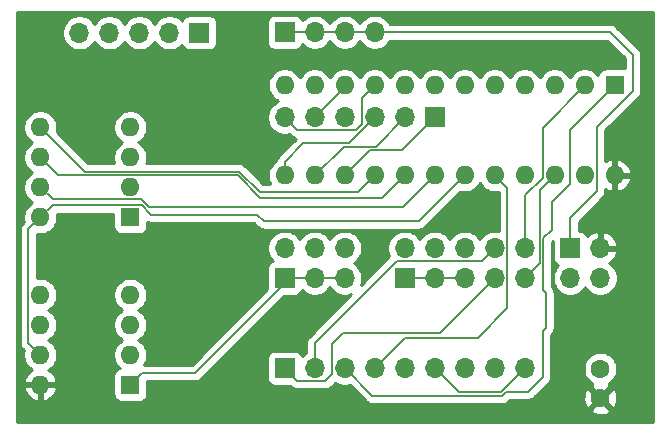
<source format=gtl>
G04 #@! TF.GenerationSoftware,KiCad,Pcbnew,(5.1.9)-1*
G04 #@! TF.CreationDate,2023-04-05T16:32:40+01:00*
G04 #@! TF.ProjectId,Memory Decoder,4d656d6f-7279-4204-9465-636f6465722e,rev?*
G04 #@! TF.SameCoordinates,Original*
G04 #@! TF.FileFunction,Copper,L1,Top*
G04 #@! TF.FilePolarity,Positive*
%FSLAX46Y46*%
G04 Gerber Fmt 4.6, Leading zero omitted, Abs format (unit mm)*
G04 Created by KiCad (PCBNEW (5.1.9)-1) date 2023-04-05 16:32:40*
%MOMM*%
%LPD*%
G01*
G04 APERTURE LIST*
G04 #@! TA.AperFunction,ComponentPad*
%ADD10C,1.600000*%
G04 #@! TD*
G04 #@! TA.AperFunction,ComponentPad*
%ADD11R,1.700000X1.700000*%
G04 #@! TD*
G04 #@! TA.AperFunction,ComponentPad*
%ADD12O,1.700000X1.700000*%
G04 #@! TD*
G04 #@! TA.AperFunction,ComponentPad*
%ADD13R,1.600000X1.600000*%
G04 #@! TD*
G04 #@! TA.AperFunction,ComponentPad*
%ADD14O,1.600000X1.600000*%
G04 #@! TD*
G04 #@! TA.AperFunction,Conductor*
%ADD15C,0.152400*%
G04 #@! TD*
G04 #@! TA.AperFunction,Conductor*
%ADD16C,0.254000*%
G04 #@! TD*
G04 #@! TA.AperFunction,Conductor*
%ADD17C,0.100000*%
G04 #@! TD*
G04 APERTURE END LIST*
D10*
X147315000Y-105255000D03*
X147315000Y-107755000D03*
D11*
X120580000Y-97595000D03*
D12*
X120580000Y-95055000D03*
X123120000Y-97595000D03*
X123120000Y-95055000D03*
X125660000Y-97595000D03*
X125660000Y-95055000D03*
D13*
X148520000Y-81275000D03*
D14*
X120580000Y-88895000D03*
X145980000Y-81275000D03*
X123120000Y-88895000D03*
X143440000Y-81275000D03*
X125660000Y-88895000D03*
X140900000Y-81275000D03*
X128200000Y-88895000D03*
X138360000Y-81275000D03*
X130740000Y-88895000D03*
X135820000Y-81275000D03*
X133280000Y-88895000D03*
X133280000Y-81275000D03*
X135820000Y-88895000D03*
X130740000Y-81275000D03*
X138360000Y-88895000D03*
X128200000Y-81275000D03*
X140900000Y-88895000D03*
X125660000Y-81275000D03*
X143440000Y-88895000D03*
X123120000Y-81275000D03*
X145980000Y-88895000D03*
X120580000Y-81275000D03*
X148520000Y-88895000D03*
D11*
X120580000Y-105215000D03*
D12*
X123120000Y-105215000D03*
X125660000Y-105215000D03*
X128200000Y-105215000D03*
X130740000Y-105215000D03*
X133280000Y-105215000D03*
X135820000Y-105215000D03*
X138360000Y-105215000D03*
X140900000Y-105215000D03*
D13*
X107515000Y-92450000D03*
D14*
X99895000Y-84830000D03*
X107515000Y-89910000D03*
X99895000Y-87370000D03*
X107515000Y-87370000D03*
X99895000Y-89910000D03*
X107515000Y-84830000D03*
X99895000Y-92450000D03*
D13*
X107515000Y-106625000D03*
D14*
X99895000Y-99005000D03*
X107515000Y-104085000D03*
X99895000Y-101545000D03*
X107515000Y-101545000D03*
X99895000Y-104085000D03*
X107515000Y-99005000D03*
X99895000Y-106625000D03*
D11*
X113365000Y-76825000D03*
D12*
X110825000Y-76825000D03*
X108285000Y-76825000D03*
X105745000Y-76825000D03*
X103205000Y-76825000D03*
D11*
X120580000Y-76775000D03*
D12*
X123120000Y-76775000D03*
X125660000Y-76775000D03*
X128200000Y-76775000D03*
D11*
X133280000Y-83995000D03*
D12*
X130740000Y-83995000D03*
X128200000Y-83995000D03*
X125660000Y-83995000D03*
X123120000Y-83995000D03*
X120580000Y-83995000D03*
D11*
X130740000Y-97595000D03*
D12*
X130740000Y-95055000D03*
X133280000Y-97595000D03*
X133280000Y-95055000D03*
X135820000Y-97595000D03*
X135820000Y-95055000D03*
X138360000Y-97595000D03*
X138360000Y-95055000D03*
X140900000Y-97595000D03*
X140900000Y-95055000D03*
D11*
X144745000Y-95055000D03*
D12*
X144745000Y-97595000D03*
X147285000Y-95055000D03*
X147285000Y-97595000D03*
D15*
X130740000Y-97595000D02*
X133280000Y-97595000D01*
X133280000Y-97595000D02*
X135820000Y-97595000D01*
X133705000Y-102250000D02*
X138360000Y-97595000D01*
X125540000Y-102250000D02*
X133705000Y-102250000D01*
X124581399Y-103208601D02*
X125540000Y-102250000D01*
X124581399Y-105732729D02*
X124581399Y-103208601D01*
X124020527Y-106293601D02*
X124581399Y-105732729D01*
X121658601Y-106293601D02*
X124020527Y-106293601D01*
X120580000Y-105215000D02*
X121658601Y-106293601D01*
X137281399Y-96133601D02*
X138360000Y-95055000D01*
X130056399Y-96133601D02*
X137281399Y-96133601D01*
X123120000Y-103070000D02*
X130056399Y-96133601D01*
X123120000Y-105215000D02*
X123120000Y-103070000D01*
X120580000Y-76775000D02*
X123120000Y-76775000D01*
X123120000Y-76775000D02*
X125660000Y-76775000D01*
X125660000Y-76775000D02*
X128200000Y-76775000D01*
X147008601Y-90251399D02*
X144745000Y-92515000D01*
X144745000Y-92515000D02*
X144745000Y-95055000D01*
X147008601Y-84797881D02*
X147008601Y-90251399D01*
X150065000Y-81741482D02*
X147008601Y-84797881D01*
X150065000Y-78700000D02*
X150065000Y-81741482D01*
X148140000Y-76775000D02*
X150065000Y-78700000D01*
X128200000Y-76775000D02*
X148140000Y-76775000D01*
X144715000Y-89643670D02*
X144715000Y-85080000D01*
X143190000Y-93504427D02*
X143190000Y-91168670D01*
X142465000Y-94229427D02*
X143190000Y-93504427D01*
X142465000Y-96040872D02*
X142465000Y-94229427D01*
X144715000Y-85080000D02*
X148520000Y-81275000D01*
X143190000Y-91168670D02*
X144715000Y-89643670D01*
X142465000Y-96590872D02*
X142465000Y-96050000D01*
X142715000Y-98849128D02*
X142465000Y-98599128D01*
X142715000Y-101825000D02*
X142715000Y-98849128D01*
X142440000Y-102100000D02*
X142715000Y-101825000D01*
X142465000Y-98599128D02*
X142465000Y-96590872D01*
X142440000Y-105950000D02*
X142440000Y-102100000D01*
X141185189Y-107204811D02*
X142440000Y-105950000D01*
X139341256Y-107204811D02*
X141185189Y-107204811D01*
X138991256Y-107554811D02*
X139341256Y-107204811D01*
X127999811Y-107554811D02*
X138991256Y-107554811D01*
X125660000Y-105215000D02*
X127999811Y-107554811D01*
X130765000Y-102650000D02*
X136940000Y-102650000D01*
X139438601Y-98112729D02*
X139438601Y-89973601D01*
X136940000Y-102650000D02*
X139435189Y-100154811D01*
X128200000Y-105215000D02*
X130765000Y-102650000D01*
X139435189Y-98116141D02*
X139438601Y-98112729D01*
X139438601Y-89973601D02*
X138360000Y-88895000D01*
X139435189Y-100154811D02*
X139435189Y-98116141D01*
X138865000Y-107250000D02*
X140900000Y-105215000D01*
X135315000Y-107250000D02*
X138865000Y-107250000D01*
X133280000Y-105215000D02*
X135315000Y-107250000D01*
X120580000Y-97595000D02*
X123120000Y-97595000D01*
X123120000Y-97595000D02*
X125660000Y-97595000D01*
X120580000Y-98035000D02*
X120580000Y-97595000D01*
X112990000Y-105625000D02*
X120580000Y-98035000D01*
X108515000Y-105625000D02*
X112990000Y-105625000D01*
X107515000Y-106625000D02*
X108515000Y-105625000D01*
X130515380Y-86759620D02*
X133280000Y-83995000D01*
X127795380Y-86759620D02*
X130515380Y-86759620D01*
X125660000Y-88895000D02*
X127795380Y-86759620D01*
X125560190Y-86454810D02*
X123120000Y-88895000D01*
X128280190Y-86454810D02*
X125560190Y-86454810D01*
X130740000Y-83995000D02*
X128280190Y-86454810D01*
X128200000Y-83995000D02*
X126045000Y-86150000D01*
X126045000Y-86150000D02*
X122165000Y-86150000D01*
X120580000Y-87735000D02*
X120580000Y-88895000D01*
X122165000Y-86150000D02*
X120580000Y-87735000D01*
X125660000Y-81455000D02*
X125660000Y-81275000D01*
X123120000Y-83995000D02*
X125660000Y-81455000D01*
X121658601Y-85073601D02*
X126616399Y-85073601D01*
X120580000Y-83995000D02*
X121658601Y-85073601D01*
X127121399Y-82353601D02*
X128200000Y-81275000D01*
X127121399Y-84568601D02*
X127121399Y-82353601D01*
X126616399Y-85073601D02*
X127121399Y-84568601D01*
X142411399Y-84843601D02*
X145980000Y-81275000D01*
X142411399Y-89078601D02*
X142411399Y-84843601D01*
X140900000Y-90590000D02*
X142411399Y-89078601D01*
X140900000Y-95055000D02*
X140900000Y-90590000D01*
X126795001Y-90299999D02*
X118471065Y-90299999D01*
X100694999Y-85629999D02*
X99895000Y-84830000D01*
X128200000Y-88895000D02*
X126795001Y-90299999D01*
X103641588Y-88576588D02*
X100694999Y-85629999D01*
X118471065Y-90299999D02*
X116747655Y-88576588D01*
X116747655Y-88576588D02*
X103641588Y-88576588D01*
X101406399Y-88881399D02*
X99895000Y-87370000D01*
X128860000Y-90775000D02*
X118515000Y-90775000D01*
X130740000Y-88895000D02*
X128860000Y-90775000D01*
X118515000Y-90775000D02*
X116621399Y-88881399D01*
X116621399Y-88881399D02*
X101406399Y-88881399D01*
X108446149Y-90938601D02*
X100923601Y-90938601D01*
X109103946Y-91596398D02*
X108446149Y-90938601D01*
X130578602Y-91596398D02*
X109103946Y-91596398D01*
X100923601Y-90938601D02*
X99895000Y-89910000D01*
X133280000Y-88895000D02*
X130578602Y-91596398D01*
X131940001Y-92774999D02*
X118789999Y-92774999D01*
X135820000Y-88895000D02*
X131940001Y-92774999D01*
X118789999Y-92774999D02*
X118240000Y-92225000D01*
X100923601Y-91421399D02*
X99895000Y-92450000D01*
X108497881Y-91421399D02*
X100923601Y-91421399D01*
X109301482Y-92225000D02*
X108497881Y-91421399D01*
X118240000Y-92225000D02*
X109301482Y-92225000D01*
X98866399Y-93478601D02*
X99895000Y-92450000D01*
X98866399Y-103056399D02*
X98866399Y-93478601D01*
X99895000Y-104085000D02*
X98866399Y-103056399D01*
X142160190Y-90174810D02*
X143440000Y-88895000D01*
X142160190Y-96334810D02*
X142160190Y-90174810D01*
X140900000Y-97595000D02*
X142160190Y-96334810D01*
D16*
X151755001Y-109790000D02*
X97955000Y-109790000D01*
X97955000Y-108747702D01*
X146501903Y-108747702D01*
X146573486Y-108991671D01*
X146828996Y-109112571D01*
X147103184Y-109181300D01*
X147385512Y-109195217D01*
X147665130Y-109153787D01*
X147931292Y-109058603D01*
X148056514Y-108991671D01*
X148128097Y-108747702D01*
X147315000Y-107934605D01*
X146501903Y-108747702D01*
X97955000Y-108747702D01*
X97955000Y-106974039D01*
X98503096Y-106974039D01*
X98543754Y-107108087D01*
X98663963Y-107362420D01*
X98831481Y-107588414D01*
X99039869Y-107777385D01*
X99281119Y-107922070D01*
X99545960Y-108016909D01*
X99768000Y-107895624D01*
X99768000Y-106752000D01*
X100022000Y-106752000D01*
X100022000Y-107895624D01*
X100244040Y-108016909D01*
X100508881Y-107922070D01*
X100750131Y-107777385D01*
X100958519Y-107588414D01*
X101126037Y-107362420D01*
X101246246Y-107108087D01*
X101286904Y-106974039D01*
X101164915Y-106752000D01*
X100022000Y-106752000D01*
X99768000Y-106752000D01*
X98625085Y-106752000D01*
X98503096Y-106974039D01*
X97955000Y-106974039D01*
X97955000Y-93478601D01*
X98151759Y-93478601D01*
X98155200Y-93513537D01*
X98155199Y-103021473D01*
X98151759Y-103056399D01*
X98155199Y-103091325D01*
X98155199Y-103091334D01*
X98165490Y-103195818D01*
X98206157Y-103329879D01*
X98272197Y-103453431D01*
X98361072Y-103561725D01*
X98388209Y-103583996D01*
X98507763Y-103703550D01*
X98460000Y-103943665D01*
X98460000Y-104226335D01*
X98515147Y-104503574D01*
X98623320Y-104764727D01*
X98780363Y-104999759D01*
X98980241Y-105199637D01*
X99215273Y-105356680D01*
X99225865Y-105361067D01*
X99039869Y-105472615D01*
X98831481Y-105661586D01*
X98663963Y-105887580D01*
X98543754Y-106141913D01*
X98503096Y-106275961D01*
X98625085Y-106498000D01*
X99768000Y-106498000D01*
X99768000Y-106478000D01*
X100022000Y-106478000D01*
X100022000Y-106498000D01*
X101164915Y-106498000D01*
X101286904Y-106275961D01*
X101246246Y-106141913D01*
X101126037Y-105887580D01*
X100958519Y-105661586D01*
X100750131Y-105472615D01*
X100564135Y-105361067D01*
X100574727Y-105356680D01*
X100809759Y-105199637D01*
X101009637Y-104999759D01*
X101166680Y-104764727D01*
X101274853Y-104503574D01*
X101330000Y-104226335D01*
X101330000Y-103943665D01*
X101274853Y-103666426D01*
X101166680Y-103405273D01*
X101009637Y-103170241D01*
X100809759Y-102970363D01*
X100577241Y-102815000D01*
X100809759Y-102659637D01*
X101009637Y-102459759D01*
X101166680Y-102224727D01*
X101274853Y-101963574D01*
X101330000Y-101686335D01*
X101330000Y-101403665D01*
X101274853Y-101126426D01*
X101166680Y-100865273D01*
X101009637Y-100630241D01*
X100809759Y-100430363D01*
X100577241Y-100275000D01*
X100809759Y-100119637D01*
X101009637Y-99919759D01*
X101166680Y-99684727D01*
X101274853Y-99423574D01*
X101330000Y-99146335D01*
X101330000Y-98863665D01*
X101274853Y-98586426D01*
X101166680Y-98325273D01*
X101009637Y-98090241D01*
X100809759Y-97890363D01*
X100574727Y-97733320D01*
X100313574Y-97625147D01*
X100036335Y-97570000D01*
X99753665Y-97570000D01*
X99577599Y-97605022D01*
X99577599Y-93849978D01*
X99753665Y-93885000D01*
X100036335Y-93885000D01*
X100313574Y-93829853D01*
X100574727Y-93721680D01*
X100809759Y-93564637D01*
X101009637Y-93364759D01*
X101166680Y-93129727D01*
X101274853Y-92868574D01*
X101330000Y-92591335D01*
X101330000Y-92308665D01*
X101294978Y-92132599D01*
X106076928Y-92132599D01*
X106076928Y-93250000D01*
X106089188Y-93374482D01*
X106125498Y-93494180D01*
X106184463Y-93604494D01*
X106263815Y-93701185D01*
X106360506Y-93780537D01*
X106470820Y-93839502D01*
X106590518Y-93875812D01*
X106715000Y-93888072D01*
X108315000Y-93888072D01*
X108439482Y-93875812D01*
X108559180Y-93839502D01*
X108669494Y-93780537D01*
X108766185Y-93701185D01*
X108845537Y-93604494D01*
X108904502Y-93494180D01*
X108940812Y-93374482D01*
X108953072Y-93250000D01*
X108953072Y-92845192D01*
X109028001Y-92885242D01*
X109162062Y-92925909D01*
X109266546Y-92936200D01*
X109266563Y-92936200D01*
X109301481Y-92939639D01*
X109336399Y-92936200D01*
X117945413Y-92936200D01*
X118262401Y-93253189D01*
X118284672Y-93280326D01*
X118392966Y-93369201D01*
X118516518Y-93435241D01*
X118650579Y-93475908D01*
X118755063Y-93486199D01*
X118755072Y-93486199D01*
X118789998Y-93489639D01*
X118824924Y-93486199D01*
X131905075Y-93486199D01*
X131940001Y-93489639D01*
X131974927Y-93486199D01*
X131974937Y-93486199D01*
X132079421Y-93475908D01*
X132213482Y-93435241D01*
X132337034Y-93369201D01*
X132445328Y-93280326D01*
X132467603Y-93253184D01*
X135438551Y-90282238D01*
X135678665Y-90330000D01*
X135961335Y-90330000D01*
X136238574Y-90274853D01*
X136499727Y-90166680D01*
X136734759Y-90009637D01*
X136934637Y-89809759D01*
X137090000Y-89577241D01*
X137245363Y-89809759D01*
X137445241Y-90009637D01*
X137680273Y-90166680D01*
X137941426Y-90274853D01*
X138218665Y-90330000D01*
X138501335Y-90330000D01*
X138727402Y-90285032D01*
X138727402Y-93613988D01*
X138506260Y-93570000D01*
X138213740Y-93570000D01*
X137926842Y-93627068D01*
X137656589Y-93739010D01*
X137413368Y-93901525D01*
X137206525Y-94108368D01*
X137090000Y-94282760D01*
X136973475Y-94108368D01*
X136766632Y-93901525D01*
X136523411Y-93739010D01*
X136253158Y-93627068D01*
X135966260Y-93570000D01*
X135673740Y-93570000D01*
X135386842Y-93627068D01*
X135116589Y-93739010D01*
X134873368Y-93901525D01*
X134666525Y-94108368D01*
X134550000Y-94282760D01*
X134433475Y-94108368D01*
X134226632Y-93901525D01*
X133983411Y-93739010D01*
X133713158Y-93627068D01*
X133426260Y-93570000D01*
X133133740Y-93570000D01*
X132846842Y-93627068D01*
X132576589Y-93739010D01*
X132333368Y-93901525D01*
X132126525Y-94108368D01*
X132010000Y-94282760D01*
X131893475Y-94108368D01*
X131686632Y-93901525D01*
X131443411Y-93739010D01*
X131173158Y-93627068D01*
X130886260Y-93570000D01*
X130593740Y-93570000D01*
X130306842Y-93627068D01*
X130036589Y-93739010D01*
X129793368Y-93901525D01*
X129586525Y-94108368D01*
X129424010Y-94351589D01*
X129312068Y-94621842D01*
X129255000Y-94908740D01*
X129255000Y-95201260D01*
X129312068Y-95488158D01*
X129424010Y-95758411D01*
X129424727Y-95759484D01*
X127039763Y-98144449D01*
X127087932Y-98028158D01*
X127145000Y-97741260D01*
X127145000Y-97448740D01*
X127087932Y-97161842D01*
X126975990Y-96891589D01*
X126813475Y-96648368D01*
X126606632Y-96441525D01*
X126432240Y-96325000D01*
X126606632Y-96208475D01*
X126813475Y-96001632D01*
X126975990Y-95758411D01*
X127087932Y-95488158D01*
X127145000Y-95201260D01*
X127145000Y-94908740D01*
X127087932Y-94621842D01*
X126975990Y-94351589D01*
X126813475Y-94108368D01*
X126606632Y-93901525D01*
X126363411Y-93739010D01*
X126093158Y-93627068D01*
X125806260Y-93570000D01*
X125513740Y-93570000D01*
X125226842Y-93627068D01*
X124956589Y-93739010D01*
X124713368Y-93901525D01*
X124506525Y-94108368D01*
X124390000Y-94282760D01*
X124273475Y-94108368D01*
X124066632Y-93901525D01*
X123823411Y-93739010D01*
X123553158Y-93627068D01*
X123266260Y-93570000D01*
X122973740Y-93570000D01*
X122686842Y-93627068D01*
X122416589Y-93739010D01*
X122173368Y-93901525D01*
X121966525Y-94108368D01*
X121850000Y-94282760D01*
X121733475Y-94108368D01*
X121526632Y-93901525D01*
X121283411Y-93739010D01*
X121013158Y-93627068D01*
X120726260Y-93570000D01*
X120433740Y-93570000D01*
X120146842Y-93627068D01*
X119876589Y-93739010D01*
X119633368Y-93901525D01*
X119426525Y-94108368D01*
X119264010Y-94351589D01*
X119152068Y-94621842D01*
X119095000Y-94908740D01*
X119095000Y-95201260D01*
X119152068Y-95488158D01*
X119264010Y-95758411D01*
X119426525Y-96001632D01*
X119558380Y-96133487D01*
X119485820Y-96155498D01*
X119375506Y-96214463D01*
X119278815Y-96293815D01*
X119199463Y-96390506D01*
X119140498Y-96500820D01*
X119104188Y-96620518D01*
X119091928Y-96745000D01*
X119091928Y-98445000D01*
X119098409Y-98510803D01*
X112695413Y-104913800D01*
X108687073Y-104913800D01*
X108786680Y-104764727D01*
X108894853Y-104503574D01*
X108950000Y-104226335D01*
X108950000Y-103943665D01*
X108894853Y-103666426D01*
X108786680Y-103405273D01*
X108629637Y-103170241D01*
X108429759Y-102970363D01*
X108197241Y-102815000D01*
X108429759Y-102659637D01*
X108629637Y-102459759D01*
X108786680Y-102224727D01*
X108894853Y-101963574D01*
X108950000Y-101686335D01*
X108950000Y-101403665D01*
X108894853Y-101126426D01*
X108786680Y-100865273D01*
X108629637Y-100630241D01*
X108429759Y-100430363D01*
X108197241Y-100275000D01*
X108429759Y-100119637D01*
X108629637Y-99919759D01*
X108786680Y-99684727D01*
X108894853Y-99423574D01*
X108950000Y-99146335D01*
X108950000Y-98863665D01*
X108894853Y-98586426D01*
X108786680Y-98325273D01*
X108629637Y-98090241D01*
X108429759Y-97890363D01*
X108194727Y-97733320D01*
X107933574Y-97625147D01*
X107656335Y-97570000D01*
X107373665Y-97570000D01*
X107096426Y-97625147D01*
X106835273Y-97733320D01*
X106600241Y-97890363D01*
X106400363Y-98090241D01*
X106243320Y-98325273D01*
X106135147Y-98586426D01*
X106080000Y-98863665D01*
X106080000Y-99146335D01*
X106135147Y-99423574D01*
X106243320Y-99684727D01*
X106400363Y-99919759D01*
X106600241Y-100119637D01*
X106832759Y-100275000D01*
X106600241Y-100430363D01*
X106400363Y-100630241D01*
X106243320Y-100865273D01*
X106135147Y-101126426D01*
X106080000Y-101403665D01*
X106080000Y-101686335D01*
X106135147Y-101963574D01*
X106243320Y-102224727D01*
X106400363Y-102459759D01*
X106600241Y-102659637D01*
X106832759Y-102815000D01*
X106600241Y-102970363D01*
X106400363Y-103170241D01*
X106243320Y-103405273D01*
X106135147Y-103666426D01*
X106080000Y-103943665D01*
X106080000Y-104226335D01*
X106135147Y-104503574D01*
X106243320Y-104764727D01*
X106400363Y-104999759D01*
X106598961Y-105198357D01*
X106590518Y-105199188D01*
X106470820Y-105235498D01*
X106360506Y-105294463D01*
X106263815Y-105373815D01*
X106184463Y-105470506D01*
X106125498Y-105580820D01*
X106089188Y-105700518D01*
X106076928Y-105825000D01*
X106076928Y-107425000D01*
X106089188Y-107549482D01*
X106125498Y-107669180D01*
X106184463Y-107779494D01*
X106263815Y-107876185D01*
X106360506Y-107955537D01*
X106470820Y-108014502D01*
X106590518Y-108050812D01*
X106715000Y-108063072D01*
X108315000Y-108063072D01*
X108439482Y-108050812D01*
X108559180Y-108014502D01*
X108669494Y-107955537D01*
X108766185Y-107876185D01*
X108845537Y-107779494D01*
X108904502Y-107669180D01*
X108940812Y-107549482D01*
X108953072Y-107425000D01*
X108953072Y-106336200D01*
X112955074Y-106336200D01*
X112990000Y-106339640D01*
X113024926Y-106336200D01*
X113024936Y-106336200D01*
X113129420Y-106325909D01*
X113263481Y-106285242D01*
X113387033Y-106219202D01*
X113495327Y-106130327D01*
X113517602Y-106103185D01*
X120537716Y-99083072D01*
X121430000Y-99083072D01*
X121554482Y-99070812D01*
X121674180Y-99034502D01*
X121784494Y-98975537D01*
X121881185Y-98896185D01*
X121960537Y-98799494D01*
X122019502Y-98689180D01*
X122041513Y-98616620D01*
X122173368Y-98748475D01*
X122416589Y-98910990D01*
X122686842Y-99022932D01*
X122973740Y-99080000D01*
X123266260Y-99080000D01*
X123553158Y-99022932D01*
X123823411Y-98910990D01*
X124066632Y-98748475D01*
X124273475Y-98541632D01*
X124390000Y-98367240D01*
X124506525Y-98541632D01*
X124713368Y-98748475D01*
X124956589Y-98910990D01*
X125226842Y-99022932D01*
X125513740Y-99080000D01*
X125806260Y-99080000D01*
X126093158Y-99022932D01*
X126209449Y-98974763D01*
X122641810Y-102542403D01*
X122614674Y-102564673D01*
X122592404Y-102591809D01*
X122592403Y-102591810D01*
X122525798Y-102672968D01*
X122479150Y-102760241D01*
X122459759Y-102796519D01*
X122419092Y-102930580D01*
X122408801Y-103035064D01*
X122405360Y-103070000D01*
X122408801Y-103104936D01*
X122408801Y-103904214D01*
X122173368Y-104061525D01*
X122041513Y-104193380D01*
X122019502Y-104120820D01*
X121960537Y-104010506D01*
X121881185Y-103913815D01*
X121784494Y-103834463D01*
X121674180Y-103775498D01*
X121554482Y-103739188D01*
X121430000Y-103726928D01*
X119730000Y-103726928D01*
X119605518Y-103739188D01*
X119485820Y-103775498D01*
X119375506Y-103834463D01*
X119278815Y-103913815D01*
X119199463Y-104010506D01*
X119140498Y-104120820D01*
X119104188Y-104240518D01*
X119091928Y-104365000D01*
X119091928Y-106065000D01*
X119104188Y-106189482D01*
X119140498Y-106309180D01*
X119199463Y-106419494D01*
X119278815Y-106516185D01*
X119375506Y-106595537D01*
X119485820Y-106654502D01*
X119605518Y-106690812D01*
X119730000Y-106703072D01*
X121062284Y-106703072D01*
X121131004Y-106771792D01*
X121153274Y-106798928D01*
X121261568Y-106887803D01*
X121385120Y-106953843D01*
X121519181Y-106994510D01*
X121623665Y-107004801D01*
X121623674Y-107004801D01*
X121658600Y-107008241D01*
X121693526Y-107004801D01*
X123985601Y-107004801D01*
X124020527Y-107008241D01*
X124055453Y-107004801D01*
X124055463Y-107004801D01*
X124159947Y-106994510D01*
X124294008Y-106953843D01*
X124417560Y-106887803D01*
X124525854Y-106798928D01*
X124548128Y-106771787D01*
X124856082Y-106463833D01*
X124956589Y-106530990D01*
X125226842Y-106642932D01*
X125513740Y-106700000D01*
X125806260Y-106700000D01*
X126083972Y-106644759D01*
X127472218Y-108033007D01*
X127494484Y-108060138D01*
X127521615Y-108082404D01*
X127521619Y-108082408D01*
X127602778Y-108149013D01*
X127726330Y-108215053D01*
X127860391Y-108255720D01*
X127964875Y-108266011D01*
X127964892Y-108266011D01*
X127999810Y-108269450D01*
X128034728Y-108266011D01*
X138956330Y-108266011D01*
X138991256Y-108269451D01*
X139026182Y-108266011D01*
X139026192Y-108266011D01*
X139130676Y-108255720D01*
X139264737Y-108215053D01*
X139388289Y-108149013D01*
X139496583Y-108060138D01*
X139518857Y-108032997D01*
X139635843Y-107916011D01*
X141150263Y-107916011D01*
X141185189Y-107919451D01*
X141220115Y-107916011D01*
X141220125Y-107916011D01*
X141324609Y-107905720D01*
X141458670Y-107865053D01*
X141532645Y-107825512D01*
X145874783Y-107825512D01*
X145916213Y-108105130D01*
X146011397Y-108371292D01*
X146078329Y-108496514D01*
X146322298Y-108568097D01*
X147135395Y-107755000D01*
X147494605Y-107755000D01*
X148307702Y-108568097D01*
X148551671Y-108496514D01*
X148672571Y-108241004D01*
X148741300Y-107966816D01*
X148755217Y-107684488D01*
X148713787Y-107404870D01*
X148618603Y-107138708D01*
X148551671Y-107013486D01*
X148307702Y-106941903D01*
X147494605Y-107755000D01*
X147135395Y-107755000D01*
X146322298Y-106941903D01*
X146078329Y-107013486D01*
X145957429Y-107268996D01*
X145888700Y-107543184D01*
X145874783Y-107825512D01*
X141532645Y-107825512D01*
X141582222Y-107799013D01*
X141690516Y-107710138D01*
X141712790Y-107682997D01*
X142918200Y-106477588D01*
X142945326Y-106455327D01*
X142967588Y-106428201D01*
X142967598Y-106428191D01*
X143034202Y-106347033D01*
X143100242Y-106223482D01*
X143140909Y-106089420D01*
X143147546Y-106022032D01*
X143151200Y-105984936D01*
X143151200Y-105984929D01*
X143154640Y-105950000D01*
X143151200Y-105915072D01*
X143151200Y-105113665D01*
X145880000Y-105113665D01*
X145880000Y-105396335D01*
X145935147Y-105673574D01*
X146043320Y-105934727D01*
X146200363Y-106169759D01*
X146400241Y-106369637D01*
X146600869Y-106503692D01*
X146573486Y-106518329D01*
X146501903Y-106762298D01*
X147315000Y-107575395D01*
X148128097Y-106762298D01*
X148056514Y-106518329D01*
X148027659Y-106504676D01*
X148229759Y-106369637D01*
X148429637Y-106169759D01*
X148586680Y-105934727D01*
X148694853Y-105673574D01*
X148750000Y-105396335D01*
X148750000Y-105113665D01*
X148694853Y-104836426D01*
X148586680Y-104575273D01*
X148429637Y-104340241D01*
X148229759Y-104140363D01*
X147994727Y-103983320D01*
X147733574Y-103875147D01*
X147456335Y-103820000D01*
X147173665Y-103820000D01*
X146896426Y-103875147D01*
X146635273Y-103983320D01*
X146400241Y-104140363D01*
X146200363Y-104340241D01*
X146043320Y-104575273D01*
X145935147Y-104836426D01*
X145880000Y-105113665D01*
X143151200Y-105113665D01*
X143151200Y-102394588D01*
X143193194Y-102352593D01*
X143220326Y-102330327D01*
X143242593Y-102303195D01*
X143242598Y-102303190D01*
X143283815Y-102252967D01*
X143309202Y-102222033D01*
X143350552Y-102144673D01*
X143375242Y-102098482D01*
X143415909Y-101964420D01*
X143418771Y-101935360D01*
X143426200Y-101859936D01*
X143426200Y-101859929D01*
X143429640Y-101825000D01*
X143426200Y-101790072D01*
X143426200Y-98884053D01*
X143429640Y-98849127D01*
X143426200Y-98814201D01*
X143426200Y-98814192D01*
X143415909Y-98709708D01*
X143375242Y-98575647D01*
X143309202Y-98452095D01*
X143220327Y-98343801D01*
X143193190Y-98321530D01*
X143176200Y-98304540D01*
X143176200Y-94524014D01*
X143256928Y-94443286D01*
X143256928Y-95905000D01*
X143269188Y-96029482D01*
X143305498Y-96149180D01*
X143364463Y-96259494D01*
X143443815Y-96356185D01*
X143540506Y-96435537D01*
X143650820Y-96494502D01*
X143723380Y-96516513D01*
X143591525Y-96648368D01*
X143429010Y-96891589D01*
X143317068Y-97161842D01*
X143260000Y-97448740D01*
X143260000Y-97741260D01*
X143317068Y-98028158D01*
X143429010Y-98298411D01*
X143591525Y-98541632D01*
X143798368Y-98748475D01*
X144041589Y-98910990D01*
X144311842Y-99022932D01*
X144598740Y-99080000D01*
X144891260Y-99080000D01*
X145178158Y-99022932D01*
X145448411Y-98910990D01*
X145691632Y-98748475D01*
X145898475Y-98541632D01*
X146015000Y-98367240D01*
X146131525Y-98541632D01*
X146338368Y-98748475D01*
X146581589Y-98910990D01*
X146851842Y-99022932D01*
X147138740Y-99080000D01*
X147431260Y-99080000D01*
X147718158Y-99022932D01*
X147988411Y-98910990D01*
X148231632Y-98748475D01*
X148438475Y-98541632D01*
X148600990Y-98298411D01*
X148712932Y-98028158D01*
X148770000Y-97741260D01*
X148770000Y-97448740D01*
X148712932Y-97161842D01*
X148600990Y-96891589D01*
X148438475Y-96648368D01*
X148231632Y-96441525D01*
X148055594Y-96323900D01*
X148285269Y-96152588D01*
X148480178Y-95936355D01*
X148629157Y-95686252D01*
X148726481Y-95411891D01*
X148605814Y-95182000D01*
X147412000Y-95182000D01*
X147412000Y-95202000D01*
X147158000Y-95202000D01*
X147158000Y-95182000D01*
X147138000Y-95182000D01*
X147138000Y-94928000D01*
X147158000Y-94928000D01*
X147158000Y-93734845D01*
X147412000Y-93734845D01*
X147412000Y-94928000D01*
X148605814Y-94928000D01*
X148726481Y-94698109D01*
X148629157Y-94423748D01*
X148480178Y-94173645D01*
X148285269Y-93957412D01*
X148051920Y-93783359D01*
X147789099Y-93658175D01*
X147641890Y-93613524D01*
X147412000Y-93734845D01*
X147158000Y-93734845D01*
X146928110Y-93613524D01*
X146780901Y-93658175D01*
X146518080Y-93783359D01*
X146284731Y-93957412D01*
X146208966Y-94041466D01*
X146184502Y-93960820D01*
X146125537Y-93850506D01*
X146046185Y-93753815D01*
X145949494Y-93674463D01*
X145839180Y-93615498D01*
X145719482Y-93579188D01*
X145595000Y-93566928D01*
X145456200Y-93566928D01*
X145456200Y-92809587D01*
X147486797Y-90778992D01*
X147513928Y-90756726D01*
X147536194Y-90729595D01*
X147536198Y-90729591D01*
X147602803Y-90648432D01*
X147609672Y-90635581D01*
X147668843Y-90524880D01*
X147709510Y-90390819D01*
X147719801Y-90286335D01*
X147719801Y-90286326D01*
X147723241Y-90251400D01*
X147719801Y-90216474D01*
X147719801Y-90079502D01*
X147782580Y-90126037D01*
X148036913Y-90246246D01*
X148170961Y-90286904D01*
X148393000Y-90164915D01*
X148393000Y-89022000D01*
X148647000Y-89022000D01*
X148647000Y-90164915D01*
X148869039Y-90286904D01*
X149003087Y-90246246D01*
X149257420Y-90126037D01*
X149483414Y-89958519D01*
X149672385Y-89750131D01*
X149817070Y-89508881D01*
X149911909Y-89244040D01*
X149790624Y-89022000D01*
X148647000Y-89022000D01*
X148393000Y-89022000D01*
X148373000Y-89022000D01*
X148373000Y-88768000D01*
X148393000Y-88768000D01*
X148393000Y-87625085D01*
X148647000Y-87625085D01*
X148647000Y-88768000D01*
X149790624Y-88768000D01*
X149911909Y-88545960D01*
X149817070Y-88281119D01*
X149672385Y-88039869D01*
X149483414Y-87831481D01*
X149257420Y-87663963D01*
X149003087Y-87543754D01*
X148869039Y-87503096D01*
X148647000Y-87625085D01*
X148393000Y-87625085D01*
X148170961Y-87503096D01*
X148036913Y-87543754D01*
X147782580Y-87663963D01*
X147719801Y-87710498D01*
X147719801Y-85092468D01*
X150543191Y-82269079D01*
X150570327Y-82246809D01*
X150659202Y-82138515D01*
X150725242Y-82014963D01*
X150765909Y-81880902D01*
X150776200Y-81776418D01*
X150776200Y-81776411D01*
X150779640Y-81741482D01*
X150776200Y-81706554D01*
X150776200Y-78734925D01*
X150779640Y-78699999D01*
X150776200Y-78665073D01*
X150776200Y-78665064D01*
X150765909Y-78560580D01*
X150725242Y-78426519D01*
X150659202Y-78302967D01*
X150627634Y-78264502D01*
X150592597Y-78221809D01*
X150592593Y-78221805D01*
X150570326Y-78194673D01*
X150543195Y-78172407D01*
X148667602Y-76296815D01*
X148645327Y-76269673D01*
X148537033Y-76180798D01*
X148413481Y-76114758D01*
X148279420Y-76074091D01*
X148174936Y-76063800D01*
X148174926Y-76063800D01*
X148140000Y-76060360D01*
X148105074Y-76063800D01*
X129510786Y-76063800D01*
X129353475Y-75828368D01*
X129146632Y-75621525D01*
X128903411Y-75459010D01*
X128633158Y-75347068D01*
X128346260Y-75290000D01*
X128053740Y-75290000D01*
X127766842Y-75347068D01*
X127496589Y-75459010D01*
X127253368Y-75621525D01*
X127046525Y-75828368D01*
X126930000Y-76002760D01*
X126813475Y-75828368D01*
X126606632Y-75621525D01*
X126363411Y-75459010D01*
X126093158Y-75347068D01*
X125806260Y-75290000D01*
X125513740Y-75290000D01*
X125226842Y-75347068D01*
X124956589Y-75459010D01*
X124713368Y-75621525D01*
X124506525Y-75828368D01*
X124390000Y-76002760D01*
X124273475Y-75828368D01*
X124066632Y-75621525D01*
X123823411Y-75459010D01*
X123553158Y-75347068D01*
X123266260Y-75290000D01*
X122973740Y-75290000D01*
X122686842Y-75347068D01*
X122416589Y-75459010D01*
X122173368Y-75621525D01*
X122041513Y-75753380D01*
X122019502Y-75680820D01*
X121960537Y-75570506D01*
X121881185Y-75473815D01*
X121784494Y-75394463D01*
X121674180Y-75335498D01*
X121554482Y-75299188D01*
X121430000Y-75286928D01*
X119730000Y-75286928D01*
X119605518Y-75299188D01*
X119485820Y-75335498D01*
X119375506Y-75394463D01*
X119278815Y-75473815D01*
X119199463Y-75570506D01*
X119140498Y-75680820D01*
X119104188Y-75800518D01*
X119091928Y-75925000D01*
X119091928Y-77625000D01*
X119104188Y-77749482D01*
X119140498Y-77869180D01*
X119199463Y-77979494D01*
X119278815Y-78076185D01*
X119375506Y-78155537D01*
X119485820Y-78214502D01*
X119605518Y-78250812D01*
X119730000Y-78263072D01*
X121430000Y-78263072D01*
X121554482Y-78250812D01*
X121674180Y-78214502D01*
X121784494Y-78155537D01*
X121881185Y-78076185D01*
X121960537Y-77979494D01*
X122019502Y-77869180D01*
X122041513Y-77796620D01*
X122173368Y-77928475D01*
X122416589Y-78090990D01*
X122686842Y-78202932D01*
X122973740Y-78260000D01*
X123266260Y-78260000D01*
X123553158Y-78202932D01*
X123823411Y-78090990D01*
X124066632Y-77928475D01*
X124273475Y-77721632D01*
X124390000Y-77547240D01*
X124506525Y-77721632D01*
X124713368Y-77928475D01*
X124956589Y-78090990D01*
X125226842Y-78202932D01*
X125513740Y-78260000D01*
X125806260Y-78260000D01*
X126093158Y-78202932D01*
X126363411Y-78090990D01*
X126606632Y-77928475D01*
X126813475Y-77721632D01*
X126930000Y-77547240D01*
X127046525Y-77721632D01*
X127253368Y-77928475D01*
X127496589Y-78090990D01*
X127766842Y-78202932D01*
X128053740Y-78260000D01*
X128346260Y-78260000D01*
X128633158Y-78202932D01*
X128903411Y-78090990D01*
X129146632Y-77928475D01*
X129353475Y-77721632D01*
X129510786Y-77486200D01*
X147845413Y-77486200D01*
X149353800Y-78994588D01*
X149353800Y-79840257D01*
X149320000Y-79836928D01*
X147720000Y-79836928D01*
X147595518Y-79849188D01*
X147475820Y-79885498D01*
X147365506Y-79944463D01*
X147268815Y-80023815D01*
X147189463Y-80120506D01*
X147130498Y-80230820D01*
X147094188Y-80350518D01*
X147093357Y-80358961D01*
X146894759Y-80160363D01*
X146659727Y-80003320D01*
X146398574Y-79895147D01*
X146121335Y-79840000D01*
X145838665Y-79840000D01*
X145561426Y-79895147D01*
X145300273Y-80003320D01*
X145065241Y-80160363D01*
X144865363Y-80360241D01*
X144710000Y-80592759D01*
X144554637Y-80360241D01*
X144354759Y-80160363D01*
X144119727Y-80003320D01*
X143858574Y-79895147D01*
X143581335Y-79840000D01*
X143298665Y-79840000D01*
X143021426Y-79895147D01*
X142760273Y-80003320D01*
X142525241Y-80160363D01*
X142325363Y-80360241D01*
X142170000Y-80592759D01*
X142014637Y-80360241D01*
X141814759Y-80160363D01*
X141579727Y-80003320D01*
X141318574Y-79895147D01*
X141041335Y-79840000D01*
X140758665Y-79840000D01*
X140481426Y-79895147D01*
X140220273Y-80003320D01*
X139985241Y-80160363D01*
X139785363Y-80360241D01*
X139630000Y-80592759D01*
X139474637Y-80360241D01*
X139274759Y-80160363D01*
X139039727Y-80003320D01*
X138778574Y-79895147D01*
X138501335Y-79840000D01*
X138218665Y-79840000D01*
X137941426Y-79895147D01*
X137680273Y-80003320D01*
X137445241Y-80160363D01*
X137245363Y-80360241D01*
X137090000Y-80592759D01*
X136934637Y-80360241D01*
X136734759Y-80160363D01*
X136499727Y-80003320D01*
X136238574Y-79895147D01*
X135961335Y-79840000D01*
X135678665Y-79840000D01*
X135401426Y-79895147D01*
X135140273Y-80003320D01*
X134905241Y-80160363D01*
X134705363Y-80360241D01*
X134550000Y-80592759D01*
X134394637Y-80360241D01*
X134194759Y-80160363D01*
X133959727Y-80003320D01*
X133698574Y-79895147D01*
X133421335Y-79840000D01*
X133138665Y-79840000D01*
X132861426Y-79895147D01*
X132600273Y-80003320D01*
X132365241Y-80160363D01*
X132165363Y-80360241D01*
X132010000Y-80592759D01*
X131854637Y-80360241D01*
X131654759Y-80160363D01*
X131419727Y-80003320D01*
X131158574Y-79895147D01*
X130881335Y-79840000D01*
X130598665Y-79840000D01*
X130321426Y-79895147D01*
X130060273Y-80003320D01*
X129825241Y-80160363D01*
X129625363Y-80360241D01*
X129470000Y-80592759D01*
X129314637Y-80360241D01*
X129114759Y-80160363D01*
X128879727Y-80003320D01*
X128618574Y-79895147D01*
X128341335Y-79840000D01*
X128058665Y-79840000D01*
X127781426Y-79895147D01*
X127520273Y-80003320D01*
X127285241Y-80160363D01*
X127085363Y-80360241D01*
X126930000Y-80592759D01*
X126774637Y-80360241D01*
X126574759Y-80160363D01*
X126339727Y-80003320D01*
X126078574Y-79895147D01*
X125801335Y-79840000D01*
X125518665Y-79840000D01*
X125241426Y-79895147D01*
X124980273Y-80003320D01*
X124745241Y-80160363D01*
X124545363Y-80360241D01*
X124390000Y-80592759D01*
X124234637Y-80360241D01*
X124034759Y-80160363D01*
X123799727Y-80003320D01*
X123538574Y-79895147D01*
X123261335Y-79840000D01*
X122978665Y-79840000D01*
X122701426Y-79895147D01*
X122440273Y-80003320D01*
X122205241Y-80160363D01*
X122005363Y-80360241D01*
X121850000Y-80592759D01*
X121694637Y-80360241D01*
X121494759Y-80160363D01*
X121259727Y-80003320D01*
X120998574Y-79895147D01*
X120721335Y-79840000D01*
X120438665Y-79840000D01*
X120161426Y-79895147D01*
X119900273Y-80003320D01*
X119665241Y-80160363D01*
X119465363Y-80360241D01*
X119308320Y-80595273D01*
X119200147Y-80856426D01*
X119145000Y-81133665D01*
X119145000Y-81416335D01*
X119200147Y-81693574D01*
X119308320Y-81954727D01*
X119465363Y-82189759D01*
X119665241Y-82389637D01*
X119900273Y-82546680D01*
X120048168Y-82607940D01*
X119876589Y-82679010D01*
X119633368Y-82841525D01*
X119426525Y-83048368D01*
X119264010Y-83291589D01*
X119152068Y-83561842D01*
X119095000Y-83848740D01*
X119095000Y-84141260D01*
X119152068Y-84428158D01*
X119264010Y-84698411D01*
X119426525Y-84941632D01*
X119633368Y-85148475D01*
X119876589Y-85310990D01*
X120146842Y-85422932D01*
X120433740Y-85480000D01*
X120726260Y-85480000D01*
X121003971Y-85424759D01*
X121131004Y-85551792D01*
X121153274Y-85578928D01*
X121261568Y-85667803D01*
X121385120Y-85733843D01*
X121519181Y-85774510D01*
X121533310Y-85775902D01*
X120101810Y-87207403D01*
X120074673Y-87229674D01*
X119985798Y-87337968D01*
X119919758Y-87461520D01*
X119879091Y-87595581D01*
X119874674Y-87640425D01*
X119665241Y-87780363D01*
X119465363Y-87980241D01*
X119308320Y-88215273D01*
X119200147Y-88476426D01*
X119145000Y-88753665D01*
X119145000Y-89036335D01*
X119200147Y-89313574D01*
X119308320Y-89574727D01*
X119317723Y-89588799D01*
X118765654Y-89588799D01*
X117275252Y-88098397D01*
X117252982Y-88071261D01*
X117144688Y-87982386D01*
X117021136Y-87916346D01*
X116887075Y-87875679D01*
X116782591Y-87865388D01*
X116782581Y-87865388D01*
X116747655Y-87861948D01*
X116712727Y-87865388D01*
X108863036Y-87865388D01*
X108894853Y-87788574D01*
X108950000Y-87511335D01*
X108950000Y-87228665D01*
X108894853Y-86951426D01*
X108786680Y-86690273D01*
X108629637Y-86455241D01*
X108429759Y-86255363D01*
X108197241Y-86100000D01*
X108429759Y-85944637D01*
X108629637Y-85744759D01*
X108786680Y-85509727D01*
X108894853Y-85248574D01*
X108950000Y-84971335D01*
X108950000Y-84688665D01*
X108894853Y-84411426D01*
X108786680Y-84150273D01*
X108629637Y-83915241D01*
X108429759Y-83715363D01*
X108194727Y-83558320D01*
X107933574Y-83450147D01*
X107656335Y-83395000D01*
X107373665Y-83395000D01*
X107096426Y-83450147D01*
X106835273Y-83558320D01*
X106600241Y-83715363D01*
X106400363Y-83915241D01*
X106243320Y-84150273D01*
X106135147Y-84411426D01*
X106080000Y-84688665D01*
X106080000Y-84971335D01*
X106135147Y-85248574D01*
X106243320Y-85509727D01*
X106400363Y-85744759D01*
X106600241Y-85944637D01*
X106832759Y-86100000D01*
X106600241Y-86255363D01*
X106400363Y-86455241D01*
X106243320Y-86690273D01*
X106135147Y-86951426D01*
X106080000Y-87228665D01*
X106080000Y-87511335D01*
X106135147Y-87788574D01*
X106166964Y-87865388D01*
X103936176Y-87865388D01*
X101282237Y-85211450D01*
X101330000Y-84971335D01*
X101330000Y-84688665D01*
X101274853Y-84411426D01*
X101166680Y-84150273D01*
X101009637Y-83915241D01*
X100809759Y-83715363D01*
X100574727Y-83558320D01*
X100313574Y-83450147D01*
X100036335Y-83395000D01*
X99753665Y-83395000D01*
X99476426Y-83450147D01*
X99215273Y-83558320D01*
X98980241Y-83715363D01*
X98780363Y-83915241D01*
X98623320Y-84150273D01*
X98515147Y-84411426D01*
X98460000Y-84688665D01*
X98460000Y-84971335D01*
X98515147Y-85248574D01*
X98623320Y-85509727D01*
X98780363Y-85744759D01*
X98980241Y-85944637D01*
X99212759Y-86100000D01*
X98980241Y-86255363D01*
X98780363Y-86455241D01*
X98623320Y-86690273D01*
X98515147Y-86951426D01*
X98460000Y-87228665D01*
X98460000Y-87511335D01*
X98515147Y-87788574D01*
X98623320Y-88049727D01*
X98780363Y-88284759D01*
X98980241Y-88484637D01*
X99212759Y-88640000D01*
X98980241Y-88795363D01*
X98780363Y-88995241D01*
X98623320Y-89230273D01*
X98515147Y-89491426D01*
X98460000Y-89768665D01*
X98460000Y-90051335D01*
X98515147Y-90328574D01*
X98623320Y-90589727D01*
X98780363Y-90824759D01*
X98980241Y-91024637D01*
X99212759Y-91180000D01*
X98980241Y-91335363D01*
X98780363Y-91535241D01*
X98623320Y-91770273D01*
X98515147Y-92031426D01*
X98460000Y-92308665D01*
X98460000Y-92591335D01*
X98507763Y-92831450D01*
X98388209Y-92951004D01*
X98361073Y-92973274D01*
X98338803Y-93000410D01*
X98338802Y-93000411D01*
X98302864Y-93044202D01*
X98272198Y-93081568D01*
X98206158Y-93205120D01*
X98183345Y-93280326D01*
X98165491Y-93339182D01*
X98151759Y-93478601D01*
X97955000Y-93478601D01*
X97955000Y-76678740D01*
X101720000Y-76678740D01*
X101720000Y-76971260D01*
X101777068Y-77258158D01*
X101889010Y-77528411D01*
X102051525Y-77771632D01*
X102258368Y-77978475D01*
X102501589Y-78140990D01*
X102771842Y-78252932D01*
X103058740Y-78310000D01*
X103351260Y-78310000D01*
X103638158Y-78252932D01*
X103908411Y-78140990D01*
X104151632Y-77978475D01*
X104358475Y-77771632D01*
X104475000Y-77597240D01*
X104591525Y-77771632D01*
X104798368Y-77978475D01*
X105041589Y-78140990D01*
X105311842Y-78252932D01*
X105598740Y-78310000D01*
X105891260Y-78310000D01*
X106178158Y-78252932D01*
X106448411Y-78140990D01*
X106691632Y-77978475D01*
X106898475Y-77771632D01*
X107015000Y-77597240D01*
X107131525Y-77771632D01*
X107338368Y-77978475D01*
X107581589Y-78140990D01*
X107851842Y-78252932D01*
X108138740Y-78310000D01*
X108431260Y-78310000D01*
X108718158Y-78252932D01*
X108988411Y-78140990D01*
X109231632Y-77978475D01*
X109438475Y-77771632D01*
X109555000Y-77597240D01*
X109671525Y-77771632D01*
X109878368Y-77978475D01*
X110121589Y-78140990D01*
X110391842Y-78252932D01*
X110678740Y-78310000D01*
X110971260Y-78310000D01*
X111258158Y-78252932D01*
X111528411Y-78140990D01*
X111771632Y-77978475D01*
X111903487Y-77846620D01*
X111925498Y-77919180D01*
X111984463Y-78029494D01*
X112063815Y-78126185D01*
X112160506Y-78205537D01*
X112270820Y-78264502D01*
X112390518Y-78300812D01*
X112515000Y-78313072D01*
X114215000Y-78313072D01*
X114339482Y-78300812D01*
X114459180Y-78264502D01*
X114569494Y-78205537D01*
X114666185Y-78126185D01*
X114745537Y-78029494D01*
X114804502Y-77919180D01*
X114840812Y-77799482D01*
X114853072Y-77675000D01*
X114853072Y-75975000D01*
X114840812Y-75850518D01*
X114804502Y-75730820D01*
X114745537Y-75620506D01*
X114666185Y-75523815D01*
X114569494Y-75444463D01*
X114459180Y-75385498D01*
X114339482Y-75349188D01*
X114215000Y-75336928D01*
X112515000Y-75336928D01*
X112390518Y-75349188D01*
X112270820Y-75385498D01*
X112160506Y-75444463D01*
X112063815Y-75523815D01*
X111984463Y-75620506D01*
X111925498Y-75730820D01*
X111903487Y-75803380D01*
X111771632Y-75671525D01*
X111528411Y-75509010D01*
X111258158Y-75397068D01*
X110971260Y-75340000D01*
X110678740Y-75340000D01*
X110391842Y-75397068D01*
X110121589Y-75509010D01*
X109878368Y-75671525D01*
X109671525Y-75878368D01*
X109555000Y-76052760D01*
X109438475Y-75878368D01*
X109231632Y-75671525D01*
X108988411Y-75509010D01*
X108718158Y-75397068D01*
X108431260Y-75340000D01*
X108138740Y-75340000D01*
X107851842Y-75397068D01*
X107581589Y-75509010D01*
X107338368Y-75671525D01*
X107131525Y-75878368D01*
X107015000Y-76052760D01*
X106898475Y-75878368D01*
X106691632Y-75671525D01*
X106448411Y-75509010D01*
X106178158Y-75397068D01*
X105891260Y-75340000D01*
X105598740Y-75340000D01*
X105311842Y-75397068D01*
X105041589Y-75509010D01*
X104798368Y-75671525D01*
X104591525Y-75878368D01*
X104475000Y-76052760D01*
X104358475Y-75878368D01*
X104151632Y-75671525D01*
X103908411Y-75509010D01*
X103638158Y-75397068D01*
X103351260Y-75340000D01*
X103058740Y-75340000D01*
X102771842Y-75397068D01*
X102501589Y-75509010D01*
X102258368Y-75671525D01*
X102051525Y-75878368D01*
X101889010Y-76121589D01*
X101777068Y-76391842D01*
X101720000Y-76678740D01*
X97955000Y-76678740D01*
X97955000Y-75030000D01*
X151755000Y-75030000D01*
X151755001Y-109790000D01*
G04 #@! TA.AperFunction,Conductor*
D17*
G36*
X151755001Y-109790000D02*
G01*
X97955000Y-109790000D01*
X97955000Y-108747702D01*
X146501903Y-108747702D01*
X146573486Y-108991671D01*
X146828996Y-109112571D01*
X147103184Y-109181300D01*
X147385512Y-109195217D01*
X147665130Y-109153787D01*
X147931292Y-109058603D01*
X148056514Y-108991671D01*
X148128097Y-108747702D01*
X147315000Y-107934605D01*
X146501903Y-108747702D01*
X97955000Y-108747702D01*
X97955000Y-106974039D01*
X98503096Y-106974039D01*
X98543754Y-107108087D01*
X98663963Y-107362420D01*
X98831481Y-107588414D01*
X99039869Y-107777385D01*
X99281119Y-107922070D01*
X99545960Y-108016909D01*
X99768000Y-107895624D01*
X99768000Y-106752000D01*
X100022000Y-106752000D01*
X100022000Y-107895624D01*
X100244040Y-108016909D01*
X100508881Y-107922070D01*
X100750131Y-107777385D01*
X100958519Y-107588414D01*
X101126037Y-107362420D01*
X101246246Y-107108087D01*
X101286904Y-106974039D01*
X101164915Y-106752000D01*
X100022000Y-106752000D01*
X99768000Y-106752000D01*
X98625085Y-106752000D01*
X98503096Y-106974039D01*
X97955000Y-106974039D01*
X97955000Y-93478601D01*
X98151759Y-93478601D01*
X98155200Y-93513537D01*
X98155199Y-103021473D01*
X98151759Y-103056399D01*
X98155199Y-103091325D01*
X98155199Y-103091334D01*
X98165490Y-103195818D01*
X98206157Y-103329879D01*
X98272197Y-103453431D01*
X98361072Y-103561725D01*
X98388209Y-103583996D01*
X98507763Y-103703550D01*
X98460000Y-103943665D01*
X98460000Y-104226335D01*
X98515147Y-104503574D01*
X98623320Y-104764727D01*
X98780363Y-104999759D01*
X98980241Y-105199637D01*
X99215273Y-105356680D01*
X99225865Y-105361067D01*
X99039869Y-105472615D01*
X98831481Y-105661586D01*
X98663963Y-105887580D01*
X98543754Y-106141913D01*
X98503096Y-106275961D01*
X98625085Y-106498000D01*
X99768000Y-106498000D01*
X99768000Y-106478000D01*
X100022000Y-106478000D01*
X100022000Y-106498000D01*
X101164915Y-106498000D01*
X101286904Y-106275961D01*
X101246246Y-106141913D01*
X101126037Y-105887580D01*
X100958519Y-105661586D01*
X100750131Y-105472615D01*
X100564135Y-105361067D01*
X100574727Y-105356680D01*
X100809759Y-105199637D01*
X101009637Y-104999759D01*
X101166680Y-104764727D01*
X101274853Y-104503574D01*
X101330000Y-104226335D01*
X101330000Y-103943665D01*
X101274853Y-103666426D01*
X101166680Y-103405273D01*
X101009637Y-103170241D01*
X100809759Y-102970363D01*
X100577241Y-102815000D01*
X100809759Y-102659637D01*
X101009637Y-102459759D01*
X101166680Y-102224727D01*
X101274853Y-101963574D01*
X101330000Y-101686335D01*
X101330000Y-101403665D01*
X101274853Y-101126426D01*
X101166680Y-100865273D01*
X101009637Y-100630241D01*
X100809759Y-100430363D01*
X100577241Y-100275000D01*
X100809759Y-100119637D01*
X101009637Y-99919759D01*
X101166680Y-99684727D01*
X101274853Y-99423574D01*
X101330000Y-99146335D01*
X101330000Y-98863665D01*
X101274853Y-98586426D01*
X101166680Y-98325273D01*
X101009637Y-98090241D01*
X100809759Y-97890363D01*
X100574727Y-97733320D01*
X100313574Y-97625147D01*
X100036335Y-97570000D01*
X99753665Y-97570000D01*
X99577599Y-97605022D01*
X99577599Y-93849978D01*
X99753665Y-93885000D01*
X100036335Y-93885000D01*
X100313574Y-93829853D01*
X100574727Y-93721680D01*
X100809759Y-93564637D01*
X101009637Y-93364759D01*
X101166680Y-93129727D01*
X101274853Y-92868574D01*
X101330000Y-92591335D01*
X101330000Y-92308665D01*
X101294978Y-92132599D01*
X106076928Y-92132599D01*
X106076928Y-93250000D01*
X106089188Y-93374482D01*
X106125498Y-93494180D01*
X106184463Y-93604494D01*
X106263815Y-93701185D01*
X106360506Y-93780537D01*
X106470820Y-93839502D01*
X106590518Y-93875812D01*
X106715000Y-93888072D01*
X108315000Y-93888072D01*
X108439482Y-93875812D01*
X108559180Y-93839502D01*
X108669494Y-93780537D01*
X108766185Y-93701185D01*
X108845537Y-93604494D01*
X108904502Y-93494180D01*
X108940812Y-93374482D01*
X108953072Y-93250000D01*
X108953072Y-92845192D01*
X109028001Y-92885242D01*
X109162062Y-92925909D01*
X109266546Y-92936200D01*
X109266563Y-92936200D01*
X109301481Y-92939639D01*
X109336399Y-92936200D01*
X117945413Y-92936200D01*
X118262401Y-93253189D01*
X118284672Y-93280326D01*
X118392966Y-93369201D01*
X118516518Y-93435241D01*
X118650579Y-93475908D01*
X118755063Y-93486199D01*
X118755072Y-93486199D01*
X118789998Y-93489639D01*
X118824924Y-93486199D01*
X131905075Y-93486199D01*
X131940001Y-93489639D01*
X131974927Y-93486199D01*
X131974937Y-93486199D01*
X132079421Y-93475908D01*
X132213482Y-93435241D01*
X132337034Y-93369201D01*
X132445328Y-93280326D01*
X132467603Y-93253184D01*
X135438551Y-90282238D01*
X135678665Y-90330000D01*
X135961335Y-90330000D01*
X136238574Y-90274853D01*
X136499727Y-90166680D01*
X136734759Y-90009637D01*
X136934637Y-89809759D01*
X137090000Y-89577241D01*
X137245363Y-89809759D01*
X137445241Y-90009637D01*
X137680273Y-90166680D01*
X137941426Y-90274853D01*
X138218665Y-90330000D01*
X138501335Y-90330000D01*
X138727402Y-90285032D01*
X138727402Y-93613988D01*
X138506260Y-93570000D01*
X138213740Y-93570000D01*
X137926842Y-93627068D01*
X137656589Y-93739010D01*
X137413368Y-93901525D01*
X137206525Y-94108368D01*
X137090000Y-94282760D01*
X136973475Y-94108368D01*
X136766632Y-93901525D01*
X136523411Y-93739010D01*
X136253158Y-93627068D01*
X135966260Y-93570000D01*
X135673740Y-93570000D01*
X135386842Y-93627068D01*
X135116589Y-93739010D01*
X134873368Y-93901525D01*
X134666525Y-94108368D01*
X134550000Y-94282760D01*
X134433475Y-94108368D01*
X134226632Y-93901525D01*
X133983411Y-93739010D01*
X133713158Y-93627068D01*
X133426260Y-93570000D01*
X133133740Y-93570000D01*
X132846842Y-93627068D01*
X132576589Y-93739010D01*
X132333368Y-93901525D01*
X132126525Y-94108368D01*
X132010000Y-94282760D01*
X131893475Y-94108368D01*
X131686632Y-93901525D01*
X131443411Y-93739010D01*
X131173158Y-93627068D01*
X130886260Y-93570000D01*
X130593740Y-93570000D01*
X130306842Y-93627068D01*
X130036589Y-93739010D01*
X129793368Y-93901525D01*
X129586525Y-94108368D01*
X129424010Y-94351589D01*
X129312068Y-94621842D01*
X129255000Y-94908740D01*
X129255000Y-95201260D01*
X129312068Y-95488158D01*
X129424010Y-95758411D01*
X129424727Y-95759484D01*
X127039763Y-98144449D01*
X127087932Y-98028158D01*
X127145000Y-97741260D01*
X127145000Y-97448740D01*
X127087932Y-97161842D01*
X126975990Y-96891589D01*
X126813475Y-96648368D01*
X126606632Y-96441525D01*
X126432240Y-96325000D01*
X126606632Y-96208475D01*
X126813475Y-96001632D01*
X126975990Y-95758411D01*
X127087932Y-95488158D01*
X127145000Y-95201260D01*
X127145000Y-94908740D01*
X127087932Y-94621842D01*
X126975990Y-94351589D01*
X126813475Y-94108368D01*
X126606632Y-93901525D01*
X126363411Y-93739010D01*
X126093158Y-93627068D01*
X125806260Y-93570000D01*
X125513740Y-93570000D01*
X125226842Y-93627068D01*
X124956589Y-93739010D01*
X124713368Y-93901525D01*
X124506525Y-94108368D01*
X124390000Y-94282760D01*
X124273475Y-94108368D01*
X124066632Y-93901525D01*
X123823411Y-93739010D01*
X123553158Y-93627068D01*
X123266260Y-93570000D01*
X122973740Y-93570000D01*
X122686842Y-93627068D01*
X122416589Y-93739010D01*
X122173368Y-93901525D01*
X121966525Y-94108368D01*
X121850000Y-94282760D01*
X121733475Y-94108368D01*
X121526632Y-93901525D01*
X121283411Y-93739010D01*
X121013158Y-93627068D01*
X120726260Y-93570000D01*
X120433740Y-93570000D01*
X120146842Y-93627068D01*
X119876589Y-93739010D01*
X119633368Y-93901525D01*
X119426525Y-94108368D01*
X119264010Y-94351589D01*
X119152068Y-94621842D01*
X119095000Y-94908740D01*
X119095000Y-95201260D01*
X119152068Y-95488158D01*
X119264010Y-95758411D01*
X119426525Y-96001632D01*
X119558380Y-96133487D01*
X119485820Y-96155498D01*
X119375506Y-96214463D01*
X119278815Y-96293815D01*
X119199463Y-96390506D01*
X119140498Y-96500820D01*
X119104188Y-96620518D01*
X119091928Y-96745000D01*
X119091928Y-98445000D01*
X119098409Y-98510803D01*
X112695413Y-104913800D01*
X108687073Y-104913800D01*
X108786680Y-104764727D01*
X108894853Y-104503574D01*
X108950000Y-104226335D01*
X108950000Y-103943665D01*
X108894853Y-103666426D01*
X108786680Y-103405273D01*
X108629637Y-103170241D01*
X108429759Y-102970363D01*
X108197241Y-102815000D01*
X108429759Y-102659637D01*
X108629637Y-102459759D01*
X108786680Y-102224727D01*
X108894853Y-101963574D01*
X108950000Y-101686335D01*
X108950000Y-101403665D01*
X108894853Y-101126426D01*
X108786680Y-100865273D01*
X108629637Y-100630241D01*
X108429759Y-100430363D01*
X108197241Y-100275000D01*
X108429759Y-100119637D01*
X108629637Y-99919759D01*
X108786680Y-99684727D01*
X108894853Y-99423574D01*
X108950000Y-99146335D01*
X108950000Y-98863665D01*
X108894853Y-98586426D01*
X108786680Y-98325273D01*
X108629637Y-98090241D01*
X108429759Y-97890363D01*
X108194727Y-97733320D01*
X107933574Y-97625147D01*
X107656335Y-97570000D01*
X107373665Y-97570000D01*
X107096426Y-97625147D01*
X106835273Y-97733320D01*
X106600241Y-97890363D01*
X106400363Y-98090241D01*
X106243320Y-98325273D01*
X106135147Y-98586426D01*
X106080000Y-98863665D01*
X106080000Y-99146335D01*
X106135147Y-99423574D01*
X106243320Y-99684727D01*
X106400363Y-99919759D01*
X106600241Y-100119637D01*
X106832759Y-100275000D01*
X106600241Y-100430363D01*
X106400363Y-100630241D01*
X106243320Y-100865273D01*
X106135147Y-101126426D01*
X106080000Y-101403665D01*
X106080000Y-101686335D01*
X106135147Y-101963574D01*
X106243320Y-102224727D01*
X106400363Y-102459759D01*
X106600241Y-102659637D01*
X106832759Y-102815000D01*
X106600241Y-102970363D01*
X106400363Y-103170241D01*
X106243320Y-103405273D01*
X106135147Y-103666426D01*
X106080000Y-103943665D01*
X106080000Y-104226335D01*
X106135147Y-104503574D01*
X106243320Y-104764727D01*
X106400363Y-104999759D01*
X106598961Y-105198357D01*
X106590518Y-105199188D01*
X106470820Y-105235498D01*
X106360506Y-105294463D01*
X106263815Y-105373815D01*
X106184463Y-105470506D01*
X106125498Y-105580820D01*
X106089188Y-105700518D01*
X106076928Y-105825000D01*
X106076928Y-107425000D01*
X106089188Y-107549482D01*
X106125498Y-107669180D01*
X106184463Y-107779494D01*
X106263815Y-107876185D01*
X106360506Y-107955537D01*
X106470820Y-108014502D01*
X106590518Y-108050812D01*
X106715000Y-108063072D01*
X108315000Y-108063072D01*
X108439482Y-108050812D01*
X108559180Y-108014502D01*
X108669494Y-107955537D01*
X108766185Y-107876185D01*
X108845537Y-107779494D01*
X108904502Y-107669180D01*
X108940812Y-107549482D01*
X108953072Y-107425000D01*
X108953072Y-106336200D01*
X112955074Y-106336200D01*
X112990000Y-106339640D01*
X113024926Y-106336200D01*
X113024936Y-106336200D01*
X113129420Y-106325909D01*
X113263481Y-106285242D01*
X113387033Y-106219202D01*
X113495327Y-106130327D01*
X113517602Y-106103185D01*
X120537716Y-99083072D01*
X121430000Y-99083072D01*
X121554482Y-99070812D01*
X121674180Y-99034502D01*
X121784494Y-98975537D01*
X121881185Y-98896185D01*
X121960537Y-98799494D01*
X122019502Y-98689180D01*
X122041513Y-98616620D01*
X122173368Y-98748475D01*
X122416589Y-98910990D01*
X122686842Y-99022932D01*
X122973740Y-99080000D01*
X123266260Y-99080000D01*
X123553158Y-99022932D01*
X123823411Y-98910990D01*
X124066632Y-98748475D01*
X124273475Y-98541632D01*
X124390000Y-98367240D01*
X124506525Y-98541632D01*
X124713368Y-98748475D01*
X124956589Y-98910990D01*
X125226842Y-99022932D01*
X125513740Y-99080000D01*
X125806260Y-99080000D01*
X126093158Y-99022932D01*
X126209449Y-98974763D01*
X122641810Y-102542403D01*
X122614674Y-102564673D01*
X122592404Y-102591809D01*
X122592403Y-102591810D01*
X122525798Y-102672968D01*
X122479150Y-102760241D01*
X122459759Y-102796519D01*
X122419092Y-102930580D01*
X122408801Y-103035064D01*
X122405360Y-103070000D01*
X122408801Y-103104936D01*
X122408801Y-103904214D01*
X122173368Y-104061525D01*
X122041513Y-104193380D01*
X122019502Y-104120820D01*
X121960537Y-104010506D01*
X121881185Y-103913815D01*
X121784494Y-103834463D01*
X121674180Y-103775498D01*
X121554482Y-103739188D01*
X121430000Y-103726928D01*
X119730000Y-103726928D01*
X119605518Y-103739188D01*
X119485820Y-103775498D01*
X119375506Y-103834463D01*
X119278815Y-103913815D01*
X119199463Y-104010506D01*
X119140498Y-104120820D01*
X119104188Y-104240518D01*
X119091928Y-104365000D01*
X119091928Y-106065000D01*
X119104188Y-106189482D01*
X119140498Y-106309180D01*
X119199463Y-106419494D01*
X119278815Y-106516185D01*
X119375506Y-106595537D01*
X119485820Y-106654502D01*
X119605518Y-106690812D01*
X119730000Y-106703072D01*
X121062284Y-106703072D01*
X121131004Y-106771792D01*
X121153274Y-106798928D01*
X121261568Y-106887803D01*
X121385120Y-106953843D01*
X121519181Y-106994510D01*
X121623665Y-107004801D01*
X121623674Y-107004801D01*
X121658600Y-107008241D01*
X121693526Y-107004801D01*
X123985601Y-107004801D01*
X124020527Y-107008241D01*
X124055453Y-107004801D01*
X124055463Y-107004801D01*
X124159947Y-106994510D01*
X124294008Y-106953843D01*
X124417560Y-106887803D01*
X124525854Y-106798928D01*
X124548128Y-106771787D01*
X124856082Y-106463833D01*
X124956589Y-106530990D01*
X125226842Y-106642932D01*
X125513740Y-106700000D01*
X125806260Y-106700000D01*
X126083972Y-106644759D01*
X127472218Y-108033007D01*
X127494484Y-108060138D01*
X127521615Y-108082404D01*
X127521619Y-108082408D01*
X127602778Y-108149013D01*
X127726330Y-108215053D01*
X127860391Y-108255720D01*
X127964875Y-108266011D01*
X127964892Y-108266011D01*
X127999810Y-108269450D01*
X128034728Y-108266011D01*
X138956330Y-108266011D01*
X138991256Y-108269451D01*
X139026182Y-108266011D01*
X139026192Y-108266011D01*
X139130676Y-108255720D01*
X139264737Y-108215053D01*
X139388289Y-108149013D01*
X139496583Y-108060138D01*
X139518857Y-108032997D01*
X139635843Y-107916011D01*
X141150263Y-107916011D01*
X141185189Y-107919451D01*
X141220115Y-107916011D01*
X141220125Y-107916011D01*
X141324609Y-107905720D01*
X141458670Y-107865053D01*
X141532645Y-107825512D01*
X145874783Y-107825512D01*
X145916213Y-108105130D01*
X146011397Y-108371292D01*
X146078329Y-108496514D01*
X146322298Y-108568097D01*
X147135395Y-107755000D01*
X147494605Y-107755000D01*
X148307702Y-108568097D01*
X148551671Y-108496514D01*
X148672571Y-108241004D01*
X148741300Y-107966816D01*
X148755217Y-107684488D01*
X148713787Y-107404870D01*
X148618603Y-107138708D01*
X148551671Y-107013486D01*
X148307702Y-106941903D01*
X147494605Y-107755000D01*
X147135395Y-107755000D01*
X146322298Y-106941903D01*
X146078329Y-107013486D01*
X145957429Y-107268996D01*
X145888700Y-107543184D01*
X145874783Y-107825512D01*
X141532645Y-107825512D01*
X141582222Y-107799013D01*
X141690516Y-107710138D01*
X141712790Y-107682997D01*
X142918200Y-106477588D01*
X142945326Y-106455327D01*
X142967588Y-106428201D01*
X142967598Y-106428191D01*
X143034202Y-106347033D01*
X143100242Y-106223482D01*
X143140909Y-106089420D01*
X143147546Y-106022032D01*
X143151200Y-105984936D01*
X143151200Y-105984929D01*
X143154640Y-105950000D01*
X143151200Y-105915072D01*
X143151200Y-105113665D01*
X145880000Y-105113665D01*
X145880000Y-105396335D01*
X145935147Y-105673574D01*
X146043320Y-105934727D01*
X146200363Y-106169759D01*
X146400241Y-106369637D01*
X146600869Y-106503692D01*
X146573486Y-106518329D01*
X146501903Y-106762298D01*
X147315000Y-107575395D01*
X148128097Y-106762298D01*
X148056514Y-106518329D01*
X148027659Y-106504676D01*
X148229759Y-106369637D01*
X148429637Y-106169759D01*
X148586680Y-105934727D01*
X148694853Y-105673574D01*
X148750000Y-105396335D01*
X148750000Y-105113665D01*
X148694853Y-104836426D01*
X148586680Y-104575273D01*
X148429637Y-104340241D01*
X148229759Y-104140363D01*
X147994727Y-103983320D01*
X147733574Y-103875147D01*
X147456335Y-103820000D01*
X147173665Y-103820000D01*
X146896426Y-103875147D01*
X146635273Y-103983320D01*
X146400241Y-104140363D01*
X146200363Y-104340241D01*
X146043320Y-104575273D01*
X145935147Y-104836426D01*
X145880000Y-105113665D01*
X143151200Y-105113665D01*
X143151200Y-102394588D01*
X143193194Y-102352593D01*
X143220326Y-102330327D01*
X143242593Y-102303195D01*
X143242598Y-102303190D01*
X143283815Y-102252967D01*
X143309202Y-102222033D01*
X143350552Y-102144673D01*
X143375242Y-102098482D01*
X143415909Y-101964420D01*
X143418771Y-101935360D01*
X143426200Y-101859936D01*
X143426200Y-101859929D01*
X143429640Y-101825000D01*
X143426200Y-101790072D01*
X143426200Y-98884053D01*
X143429640Y-98849127D01*
X143426200Y-98814201D01*
X143426200Y-98814192D01*
X143415909Y-98709708D01*
X143375242Y-98575647D01*
X143309202Y-98452095D01*
X143220327Y-98343801D01*
X143193190Y-98321530D01*
X143176200Y-98304540D01*
X143176200Y-94524014D01*
X143256928Y-94443286D01*
X143256928Y-95905000D01*
X143269188Y-96029482D01*
X143305498Y-96149180D01*
X143364463Y-96259494D01*
X143443815Y-96356185D01*
X143540506Y-96435537D01*
X143650820Y-96494502D01*
X143723380Y-96516513D01*
X143591525Y-96648368D01*
X143429010Y-96891589D01*
X143317068Y-97161842D01*
X143260000Y-97448740D01*
X143260000Y-97741260D01*
X143317068Y-98028158D01*
X143429010Y-98298411D01*
X143591525Y-98541632D01*
X143798368Y-98748475D01*
X144041589Y-98910990D01*
X144311842Y-99022932D01*
X144598740Y-99080000D01*
X144891260Y-99080000D01*
X145178158Y-99022932D01*
X145448411Y-98910990D01*
X145691632Y-98748475D01*
X145898475Y-98541632D01*
X146015000Y-98367240D01*
X146131525Y-98541632D01*
X146338368Y-98748475D01*
X146581589Y-98910990D01*
X146851842Y-99022932D01*
X147138740Y-99080000D01*
X147431260Y-99080000D01*
X147718158Y-99022932D01*
X147988411Y-98910990D01*
X148231632Y-98748475D01*
X148438475Y-98541632D01*
X148600990Y-98298411D01*
X148712932Y-98028158D01*
X148770000Y-97741260D01*
X148770000Y-97448740D01*
X148712932Y-97161842D01*
X148600990Y-96891589D01*
X148438475Y-96648368D01*
X148231632Y-96441525D01*
X148055594Y-96323900D01*
X148285269Y-96152588D01*
X148480178Y-95936355D01*
X148629157Y-95686252D01*
X148726481Y-95411891D01*
X148605814Y-95182000D01*
X147412000Y-95182000D01*
X147412000Y-95202000D01*
X147158000Y-95202000D01*
X147158000Y-95182000D01*
X147138000Y-95182000D01*
X147138000Y-94928000D01*
X147158000Y-94928000D01*
X147158000Y-93734845D01*
X147412000Y-93734845D01*
X147412000Y-94928000D01*
X148605814Y-94928000D01*
X148726481Y-94698109D01*
X148629157Y-94423748D01*
X148480178Y-94173645D01*
X148285269Y-93957412D01*
X148051920Y-93783359D01*
X147789099Y-93658175D01*
X147641890Y-93613524D01*
X147412000Y-93734845D01*
X147158000Y-93734845D01*
X146928110Y-93613524D01*
X146780901Y-93658175D01*
X146518080Y-93783359D01*
X146284731Y-93957412D01*
X146208966Y-94041466D01*
X146184502Y-93960820D01*
X146125537Y-93850506D01*
X146046185Y-93753815D01*
X145949494Y-93674463D01*
X145839180Y-93615498D01*
X145719482Y-93579188D01*
X145595000Y-93566928D01*
X145456200Y-93566928D01*
X145456200Y-92809587D01*
X147486797Y-90778992D01*
X147513928Y-90756726D01*
X147536194Y-90729595D01*
X147536198Y-90729591D01*
X147602803Y-90648432D01*
X147609672Y-90635581D01*
X147668843Y-90524880D01*
X147709510Y-90390819D01*
X147719801Y-90286335D01*
X147719801Y-90286326D01*
X147723241Y-90251400D01*
X147719801Y-90216474D01*
X147719801Y-90079502D01*
X147782580Y-90126037D01*
X148036913Y-90246246D01*
X148170961Y-90286904D01*
X148393000Y-90164915D01*
X148393000Y-89022000D01*
X148647000Y-89022000D01*
X148647000Y-90164915D01*
X148869039Y-90286904D01*
X149003087Y-90246246D01*
X149257420Y-90126037D01*
X149483414Y-89958519D01*
X149672385Y-89750131D01*
X149817070Y-89508881D01*
X149911909Y-89244040D01*
X149790624Y-89022000D01*
X148647000Y-89022000D01*
X148393000Y-89022000D01*
X148373000Y-89022000D01*
X148373000Y-88768000D01*
X148393000Y-88768000D01*
X148393000Y-87625085D01*
X148647000Y-87625085D01*
X148647000Y-88768000D01*
X149790624Y-88768000D01*
X149911909Y-88545960D01*
X149817070Y-88281119D01*
X149672385Y-88039869D01*
X149483414Y-87831481D01*
X149257420Y-87663963D01*
X149003087Y-87543754D01*
X148869039Y-87503096D01*
X148647000Y-87625085D01*
X148393000Y-87625085D01*
X148170961Y-87503096D01*
X148036913Y-87543754D01*
X147782580Y-87663963D01*
X147719801Y-87710498D01*
X147719801Y-85092468D01*
X150543191Y-82269079D01*
X150570327Y-82246809D01*
X150659202Y-82138515D01*
X150725242Y-82014963D01*
X150765909Y-81880902D01*
X150776200Y-81776418D01*
X150776200Y-81776411D01*
X150779640Y-81741482D01*
X150776200Y-81706554D01*
X150776200Y-78734925D01*
X150779640Y-78699999D01*
X150776200Y-78665073D01*
X150776200Y-78665064D01*
X150765909Y-78560580D01*
X150725242Y-78426519D01*
X150659202Y-78302967D01*
X150627634Y-78264502D01*
X150592597Y-78221809D01*
X150592593Y-78221805D01*
X150570326Y-78194673D01*
X150543195Y-78172407D01*
X148667602Y-76296815D01*
X148645327Y-76269673D01*
X148537033Y-76180798D01*
X148413481Y-76114758D01*
X148279420Y-76074091D01*
X148174936Y-76063800D01*
X148174926Y-76063800D01*
X148140000Y-76060360D01*
X148105074Y-76063800D01*
X129510786Y-76063800D01*
X129353475Y-75828368D01*
X129146632Y-75621525D01*
X128903411Y-75459010D01*
X128633158Y-75347068D01*
X128346260Y-75290000D01*
X128053740Y-75290000D01*
X127766842Y-75347068D01*
X127496589Y-75459010D01*
X127253368Y-75621525D01*
X127046525Y-75828368D01*
X126930000Y-76002760D01*
X126813475Y-75828368D01*
X126606632Y-75621525D01*
X126363411Y-75459010D01*
X126093158Y-75347068D01*
X125806260Y-75290000D01*
X125513740Y-75290000D01*
X125226842Y-75347068D01*
X124956589Y-75459010D01*
X124713368Y-75621525D01*
X124506525Y-75828368D01*
X124390000Y-76002760D01*
X124273475Y-75828368D01*
X124066632Y-75621525D01*
X123823411Y-75459010D01*
X123553158Y-75347068D01*
X123266260Y-75290000D01*
X122973740Y-75290000D01*
X122686842Y-75347068D01*
X122416589Y-75459010D01*
X122173368Y-75621525D01*
X122041513Y-75753380D01*
X122019502Y-75680820D01*
X121960537Y-75570506D01*
X121881185Y-75473815D01*
X121784494Y-75394463D01*
X121674180Y-75335498D01*
X121554482Y-75299188D01*
X121430000Y-75286928D01*
X119730000Y-75286928D01*
X119605518Y-75299188D01*
X119485820Y-75335498D01*
X119375506Y-75394463D01*
X119278815Y-75473815D01*
X119199463Y-75570506D01*
X119140498Y-75680820D01*
X119104188Y-75800518D01*
X119091928Y-75925000D01*
X119091928Y-77625000D01*
X119104188Y-77749482D01*
X119140498Y-77869180D01*
X119199463Y-77979494D01*
X119278815Y-78076185D01*
X119375506Y-78155537D01*
X119485820Y-78214502D01*
X119605518Y-78250812D01*
X119730000Y-78263072D01*
X121430000Y-78263072D01*
X121554482Y-78250812D01*
X121674180Y-78214502D01*
X121784494Y-78155537D01*
X121881185Y-78076185D01*
X121960537Y-77979494D01*
X122019502Y-77869180D01*
X122041513Y-77796620D01*
X122173368Y-77928475D01*
X122416589Y-78090990D01*
X122686842Y-78202932D01*
X122973740Y-78260000D01*
X123266260Y-78260000D01*
X123553158Y-78202932D01*
X123823411Y-78090990D01*
X124066632Y-77928475D01*
X124273475Y-77721632D01*
X124390000Y-77547240D01*
X124506525Y-77721632D01*
X124713368Y-77928475D01*
X124956589Y-78090990D01*
X125226842Y-78202932D01*
X125513740Y-78260000D01*
X125806260Y-78260000D01*
X126093158Y-78202932D01*
X126363411Y-78090990D01*
X126606632Y-77928475D01*
X126813475Y-77721632D01*
X126930000Y-77547240D01*
X127046525Y-77721632D01*
X127253368Y-77928475D01*
X127496589Y-78090990D01*
X127766842Y-78202932D01*
X128053740Y-78260000D01*
X128346260Y-78260000D01*
X128633158Y-78202932D01*
X128903411Y-78090990D01*
X129146632Y-77928475D01*
X129353475Y-77721632D01*
X129510786Y-77486200D01*
X147845413Y-77486200D01*
X149353800Y-78994588D01*
X149353800Y-79840257D01*
X149320000Y-79836928D01*
X147720000Y-79836928D01*
X147595518Y-79849188D01*
X147475820Y-79885498D01*
X147365506Y-79944463D01*
X147268815Y-80023815D01*
X147189463Y-80120506D01*
X147130498Y-80230820D01*
X147094188Y-80350518D01*
X147093357Y-80358961D01*
X146894759Y-80160363D01*
X146659727Y-80003320D01*
X146398574Y-79895147D01*
X146121335Y-79840000D01*
X145838665Y-79840000D01*
X145561426Y-79895147D01*
X145300273Y-80003320D01*
X145065241Y-80160363D01*
X144865363Y-80360241D01*
X144710000Y-80592759D01*
X144554637Y-80360241D01*
X144354759Y-80160363D01*
X144119727Y-80003320D01*
X143858574Y-79895147D01*
X143581335Y-79840000D01*
X143298665Y-79840000D01*
X143021426Y-79895147D01*
X142760273Y-80003320D01*
X142525241Y-80160363D01*
X142325363Y-80360241D01*
X142170000Y-80592759D01*
X142014637Y-80360241D01*
X141814759Y-80160363D01*
X141579727Y-80003320D01*
X141318574Y-79895147D01*
X141041335Y-79840000D01*
X140758665Y-79840000D01*
X140481426Y-79895147D01*
X140220273Y-80003320D01*
X139985241Y-80160363D01*
X139785363Y-80360241D01*
X139630000Y-80592759D01*
X139474637Y-80360241D01*
X139274759Y-80160363D01*
X139039727Y-80003320D01*
X138778574Y-79895147D01*
X138501335Y-79840000D01*
X138218665Y-79840000D01*
X137941426Y-79895147D01*
X137680273Y-80003320D01*
X137445241Y-80160363D01*
X137245363Y-80360241D01*
X137090000Y-80592759D01*
X136934637Y-80360241D01*
X136734759Y-80160363D01*
X136499727Y-80003320D01*
X136238574Y-79895147D01*
X135961335Y-79840000D01*
X135678665Y-79840000D01*
X135401426Y-79895147D01*
X135140273Y-80003320D01*
X134905241Y-80160363D01*
X134705363Y-80360241D01*
X134550000Y-80592759D01*
X134394637Y-80360241D01*
X134194759Y-80160363D01*
X133959727Y-80003320D01*
X133698574Y-79895147D01*
X133421335Y-79840000D01*
X133138665Y-79840000D01*
X132861426Y-79895147D01*
X132600273Y-80003320D01*
X132365241Y-80160363D01*
X132165363Y-80360241D01*
X132010000Y-80592759D01*
X131854637Y-80360241D01*
X131654759Y-80160363D01*
X131419727Y-80003320D01*
X131158574Y-79895147D01*
X130881335Y-79840000D01*
X130598665Y-79840000D01*
X130321426Y-79895147D01*
X130060273Y-80003320D01*
X129825241Y-80160363D01*
X129625363Y-80360241D01*
X129470000Y-80592759D01*
X129314637Y-80360241D01*
X129114759Y-80160363D01*
X128879727Y-80003320D01*
X128618574Y-79895147D01*
X128341335Y-79840000D01*
X128058665Y-79840000D01*
X127781426Y-79895147D01*
X127520273Y-80003320D01*
X127285241Y-80160363D01*
X127085363Y-80360241D01*
X126930000Y-80592759D01*
X126774637Y-80360241D01*
X126574759Y-80160363D01*
X126339727Y-80003320D01*
X126078574Y-79895147D01*
X125801335Y-79840000D01*
X125518665Y-79840000D01*
X125241426Y-79895147D01*
X124980273Y-80003320D01*
X124745241Y-80160363D01*
X124545363Y-80360241D01*
X124390000Y-80592759D01*
X124234637Y-80360241D01*
X124034759Y-80160363D01*
X123799727Y-80003320D01*
X123538574Y-79895147D01*
X123261335Y-79840000D01*
X122978665Y-79840000D01*
X122701426Y-79895147D01*
X122440273Y-80003320D01*
X122205241Y-80160363D01*
X122005363Y-80360241D01*
X121850000Y-80592759D01*
X121694637Y-80360241D01*
X121494759Y-80160363D01*
X121259727Y-80003320D01*
X120998574Y-79895147D01*
X120721335Y-79840000D01*
X120438665Y-79840000D01*
X120161426Y-79895147D01*
X119900273Y-80003320D01*
X119665241Y-80160363D01*
X119465363Y-80360241D01*
X119308320Y-80595273D01*
X119200147Y-80856426D01*
X119145000Y-81133665D01*
X119145000Y-81416335D01*
X119200147Y-81693574D01*
X119308320Y-81954727D01*
X119465363Y-82189759D01*
X119665241Y-82389637D01*
X119900273Y-82546680D01*
X120048168Y-82607940D01*
X119876589Y-82679010D01*
X119633368Y-82841525D01*
X119426525Y-83048368D01*
X119264010Y-83291589D01*
X119152068Y-83561842D01*
X119095000Y-83848740D01*
X119095000Y-84141260D01*
X119152068Y-84428158D01*
X119264010Y-84698411D01*
X119426525Y-84941632D01*
X119633368Y-85148475D01*
X119876589Y-85310990D01*
X120146842Y-85422932D01*
X120433740Y-85480000D01*
X120726260Y-85480000D01*
X121003971Y-85424759D01*
X121131004Y-85551792D01*
X121153274Y-85578928D01*
X121261568Y-85667803D01*
X121385120Y-85733843D01*
X121519181Y-85774510D01*
X121533310Y-85775902D01*
X120101810Y-87207403D01*
X120074673Y-87229674D01*
X119985798Y-87337968D01*
X119919758Y-87461520D01*
X119879091Y-87595581D01*
X119874674Y-87640425D01*
X119665241Y-87780363D01*
X119465363Y-87980241D01*
X119308320Y-88215273D01*
X119200147Y-88476426D01*
X119145000Y-88753665D01*
X119145000Y-89036335D01*
X119200147Y-89313574D01*
X119308320Y-89574727D01*
X119317723Y-89588799D01*
X118765654Y-89588799D01*
X117275252Y-88098397D01*
X117252982Y-88071261D01*
X117144688Y-87982386D01*
X117021136Y-87916346D01*
X116887075Y-87875679D01*
X116782591Y-87865388D01*
X116782581Y-87865388D01*
X116747655Y-87861948D01*
X116712727Y-87865388D01*
X108863036Y-87865388D01*
X108894853Y-87788574D01*
X108950000Y-87511335D01*
X108950000Y-87228665D01*
X108894853Y-86951426D01*
X108786680Y-86690273D01*
X108629637Y-86455241D01*
X108429759Y-86255363D01*
X108197241Y-86100000D01*
X108429759Y-85944637D01*
X108629637Y-85744759D01*
X108786680Y-85509727D01*
X108894853Y-85248574D01*
X108950000Y-84971335D01*
X108950000Y-84688665D01*
X108894853Y-84411426D01*
X108786680Y-84150273D01*
X108629637Y-83915241D01*
X108429759Y-83715363D01*
X108194727Y-83558320D01*
X107933574Y-83450147D01*
X107656335Y-83395000D01*
X107373665Y-83395000D01*
X107096426Y-83450147D01*
X106835273Y-83558320D01*
X106600241Y-83715363D01*
X106400363Y-83915241D01*
X106243320Y-84150273D01*
X106135147Y-84411426D01*
X106080000Y-84688665D01*
X106080000Y-84971335D01*
X106135147Y-85248574D01*
X106243320Y-85509727D01*
X106400363Y-85744759D01*
X106600241Y-85944637D01*
X106832759Y-86100000D01*
X106600241Y-86255363D01*
X106400363Y-86455241D01*
X106243320Y-86690273D01*
X106135147Y-86951426D01*
X106080000Y-87228665D01*
X106080000Y-87511335D01*
X106135147Y-87788574D01*
X106166964Y-87865388D01*
X103936176Y-87865388D01*
X101282237Y-85211450D01*
X101330000Y-84971335D01*
X101330000Y-84688665D01*
X101274853Y-84411426D01*
X101166680Y-84150273D01*
X101009637Y-83915241D01*
X100809759Y-83715363D01*
X100574727Y-83558320D01*
X100313574Y-83450147D01*
X100036335Y-83395000D01*
X99753665Y-83395000D01*
X99476426Y-83450147D01*
X99215273Y-83558320D01*
X98980241Y-83715363D01*
X98780363Y-83915241D01*
X98623320Y-84150273D01*
X98515147Y-84411426D01*
X98460000Y-84688665D01*
X98460000Y-84971335D01*
X98515147Y-85248574D01*
X98623320Y-85509727D01*
X98780363Y-85744759D01*
X98980241Y-85944637D01*
X99212759Y-86100000D01*
X98980241Y-86255363D01*
X98780363Y-86455241D01*
X98623320Y-86690273D01*
X98515147Y-86951426D01*
X98460000Y-87228665D01*
X98460000Y-87511335D01*
X98515147Y-87788574D01*
X98623320Y-88049727D01*
X98780363Y-88284759D01*
X98980241Y-88484637D01*
X99212759Y-88640000D01*
X98980241Y-88795363D01*
X98780363Y-88995241D01*
X98623320Y-89230273D01*
X98515147Y-89491426D01*
X98460000Y-89768665D01*
X98460000Y-90051335D01*
X98515147Y-90328574D01*
X98623320Y-90589727D01*
X98780363Y-90824759D01*
X98980241Y-91024637D01*
X99212759Y-91180000D01*
X98980241Y-91335363D01*
X98780363Y-91535241D01*
X98623320Y-91770273D01*
X98515147Y-92031426D01*
X98460000Y-92308665D01*
X98460000Y-92591335D01*
X98507763Y-92831450D01*
X98388209Y-92951004D01*
X98361073Y-92973274D01*
X98338803Y-93000410D01*
X98338802Y-93000411D01*
X98302864Y-93044202D01*
X98272198Y-93081568D01*
X98206158Y-93205120D01*
X98183345Y-93280326D01*
X98165491Y-93339182D01*
X98151759Y-93478601D01*
X97955000Y-93478601D01*
X97955000Y-76678740D01*
X101720000Y-76678740D01*
X101720000Y-76971260D01*
X101777068Y-77258158D01*
X101889010Y-77528411D01*
X102051525Y-77771632D01*
X102258368Y-77978475D01*
X102501589Y-78140990D01*
X102771842Y-78252932D01*
X103058740Y-78310000D01*
X103351260Y-78310000D01*
X103638158Y-78252932D01*
X103908411Y-78140990D01*
X104151632Y-77978475D01*
X104358475Y-77771632D01*
X104475000Y-77597240D01*
X104591525Y-77771632D01*
X104798368Y-77978475D01*
X105041589Y-78140990D01*
X105311842Y-78252932D01*
X105598740Y-78310000D01*
X105891260Y-78310000D01*
X106178158Y-78252932D01*
X106448411Y-78140990D01*
X106691632Y-77978475D01*
X106898475Y-77771632D01*
X107015000Y-77597240D01*
X107131525Y-77771632D01*
X107338368Y-77978475D01*
X107581589Y-78140990D01*
X107851842Y-78252932D01*
X108138740Y-78310000D01*
X108431260Y-78310000D01*
X108718158Y-78252932D01*
X108988411Y-78140990D01*
X109231632Y-77978475D01*
X109438475Y-77771632D01*
X109555000Y-77597240D01*
X109671525Y-77771632D01*
X109878368Y-77978475D01*
X110121589Y-78140990D01*
X110391842Y-78252932D01*
X110678740Y-78310000D01*
X110971260Y-78310000D01*
X111258158Y-78252932D01*
X111528411Y-78140990D01*
X111771632Y-77978475D01*
X111903487Y-77846620D01*
X111925498Y-77919180D01*
X111984463Y-78029494D01*
X112063815Y-78126185D01*
X112160506Y-78205537D01*
X112270820Y-78264502D01*
X112390518Y-78300812D01*
X112515000Y-78313072D01*
X114215000Y-78313072D01*
X114339482Y-78300812D01*
X114459180Y-78264502D01*
X114569494Y-78205537D01*
X114666185Y-78126185D01*
X114745537Y-78029494D01*
X114804502Y-77919180D01*
X114840812Y-77799482D01*
X114853072Y-77675000D01*
X114853072Y-75975000D01*
X114840812Y-75850518D01*
X114804502Y-75730820D01*
X114745537Y-75620506D01*
X114666185Y-75523815D01*
X114569494Y-75444463D01*
X114459180Y-75385498D01*
X114339482Y-75349188D01*
X114215000Y-75336928D01*
X112515000Y-75336928D01*
X112390518Y-75349188D01*
X112270820Y-75385498D01*
X112160506Y-75444463D01*
X112063815Y-75523815D01*
X111984463Y-75620506D01*
X111925498Y-75730820D01*
X111903487Y-75803380D01*
X111771632Y-75671525D01*
X111528411Y-75509010D01*
X111258158Y-75397068D01*
X110971260Y-75340000D01*
X110678740Y-75340000D01*
X110391842Y-75397068D01*
X110121589Y-75509010D01*
X109878368Y-75671525D01*
X109671525Y-75878368D01*
X109555000Y-76052760D01*
X109438475Y-75878368D01*
X109231632Y-75671525D01*
X108988411Y-75509010D01*
X108718158Y-75397068D01*
X108431260Y-75340000D01*
X108138740Y-75340000D01*
X107851842Y-75397068D01*
X107581589Y-75509010D01*
X107338368Y-75671525D01*
X107131525Y-75878368D01*
X107015000Y-76052760D01*
X106898475Y-75878368D01*
X106691632Y-75671525D01*
X106448411Y-75509010D01*
X106178158Y-75397068D01*
X105891260Y-75340000D01*
X105598740Y-75340000D01*
X105311842Y-75397068D01*
X105041589Y-75509010D01*
X104798368Y-75671525D01*
X104591525Y-75878368D01*
X104475000Y-76052760D01*
X104358475Y-75878368D01*
X104151632Y-75671525D01*
X103908411Y-75509010D01*
X103638158Y-75397068D01*
X103351260Y-75340000D01*
X103058740Y-75340000D01*
X102771842Y-75397068D01*
X102501589Y-75509010D01*
X102258368Y-75671525D01*
X102051525Y-75878368D01*
X101889010Y-76121589D01*
X101777068Y-76391842D01*
X101720000Y-76678740D01*
X97955000Y-76678740D01*
X97955000Y-75030000D01*
X151755000Y-75030000D01*
X151755001Y-109790000D01*
G37*
G04 #@! TD.AperFunction*
M02*

</source>
